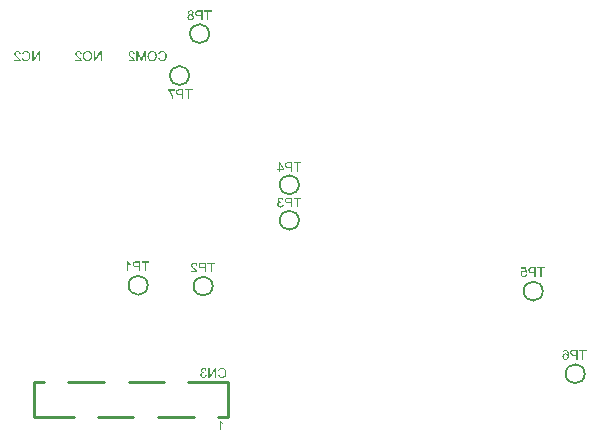
<source format=gbo>
G04*
G04 #@! TF.GenerationSoftware,Altium Limited,Altium Designer,25.4.2 (15)*
G04*
G04 Layer_Color=32896*
%FSLAX44Y44*%
%MOMM*%
G71*
G04*
G04 #@! TF.SameCoordinates,58BEE836-9102-4636-8553-DC709D7D42DE*
G04*
G04*
G04 #@! TF.FilePolarity,Positive*
G04*
G01*
G75*
%ADD11C,0.2000*%
%ADD14C,0.2540*%
G36*
X250717Y31146D02*
X250849Y30953D01*
X251006Y30761D01*
X251150Y30593D01*
X251294Y30449D01*
X251402Y30329D01*
X251450Y30293D01*
X251486Y30257D01*
X251498Y30245D01*
X251510Y30233D01*
X251763Y30028D01*
X252015Y29836D01*
X252255Y29668D01*
X252495Y29536D01*
X252700Y29416D01*
X252784Y29367D01*
X252856Y29332D01*
X252916Y29295D01*
X252964Y29283D01*
X252988Y29259D01*
X253000D01*
Y28274D01*
X252820Y28346D01*
X252640Y28430D01*
X252459Y28514D01*
X252291Y28599D01*
X252147Y28671D01*
X252027Y28731D01*
X251955Y28779D01*
X251943Y28791D01*
X251931D01*
X251714Y28923D01*
X251522Y29055D01*
X251354Y29175D01*
X251222Y29283D01*
X251102Y29367D01*
X251030Y29440D01*
X250970Y29488D01*
X250958Y29500D01*
Y23000D01*
X249936D01*
Y31350D01*
X250597D01*
X250717Y31146D01*
D02*
G37*
G36*
X243260Y377726D02*
X240521D01*
Y370397D01*
X239416D01*
Y377726D01*
X236676D01*
Y378711D01*
X243260D01*
Y377726D01*
D02*
G37*
G36*
X235535Y370397D02*
X234430D01*
Y373773D01*
X232303D01*
X231991Y373785D01*
X231690Y373809D01*
X231426Y373845D01*
X231186Y373893D01*
X230958Y373941D01*
X230765Y374001D01*
X230585Y374073D01*
X230429Y374146D01*
X230297Y374206D01*
X230177Y374278D01*
X230081Y374338D01*
X230009Y374398D01*
X229948Y374434D01*
X229912Y374470D01*
X229888Y374494D01*
X229876Y374506D01*
X229756Y374650D01*
X229648Y374794D01*
X229564Y374939D01*
X229480Y375095D01*
X229408Y375251D01*
X229360Y375395D01*
X229276Y375671D01*
X229252Y375803D01*
X229228Y375924D01*
X229216Y376032D01*
X229203Y376116D01*
X229191Y376200D01*
Y376248D01*
Y376284D01*
Y376296D01*
X229203Y376524D01*
X229228Y376741D01*
X229276Y376933D01*
X229312Y377101D01*
X229360Y377245D01*
X229408Y377353D01*
X229432Y377413D01*
X229444Y377437D01*
X229540Y377618D01*
X229660Y377774D01*
X229768Y377918D01*
X229876Y378026D01*
X229972Y378110D01*
X230044Y378182D01*
X230093Y378218D01*
X230117Y378230D01*
X230273Y378326D01*
X230453Y378411D01*
X230621Y378483D01*
X230777Y378543D01*
X230921Y378579D01*
X231030Y378603D01*
X231114Y378627D01*
X231138D01*
X231318Y378651D01*
X231522Y378675D01*
X231738Y378687D01*
X231943Y378699D01*
X232123Y378711D01*
X235535D01*
Y370397D01*
D02*
G37*
G36*
X225695Y378735D02*
X225888Y378723D01*
X226224Y378651D01*
X226380Y378603D01*
X226524Y378555D01*
X226656Y378495D01*
X226777Y378435D01*
X226873Y378375D01*
X226969Y378315D01*
X227053Y378266D01*
X227113Y378218D01*
X227161Y378182D01*
X227197Y378146D01*
X227221Y378134D01*
X227233Y378122D01*
X227341Y378002D01*
X227449Y377882D01*
X227533Y377750D01*
X227606Y377618D01*
X227726Y377365D01*
X227798Y377125D01*
X227846Y376921D01*
X227858Y376825D01*
X227870Y376753D01*
X227882Y376681D01*
Y376632D01*
Y376609D01*
Y376596D01*
X227870Y376380D01*
X227834Y376176D01*
X227786Y375996D01*
X227726Y375840D01*
X227678Y375719D01*
X227630Y375623D01*
X227594Y375575D01*
X227582Y375551D01*
X227449Y375407D01*
X227305Y375275D01*
X227149Y375155D01*
X226993Y375059D01*
X226849Y374986D01*
X226741Y374939D01*
X226693Y374915D01*
X226656Y374902D01*
X226644Y374890D01*
X226632D01*
X226909Y374806D01*
X227137Y374698D01*
X227341Y374566D01*
X227509Y374446D01*
X227642Y374326D01*
X227738Y374230D01*
X227786Y374170D01*
X227810Y374158D01*
Y374146D01*
X227942Y373929D01*
X228050Y373701D01*
X228122Y373485D01*
X228170Y373269D01*
X228194Y373076D01*
X228206Y372992D01*
Y372920D01*
X228218Y372872D01*
Y372824D01*
Y372800D01*
Y372788D01*
X228206Y372596D01*
X228182Y372403D01*
X228146Y372223D01*
X228098Y372043D01*
X227978Y371743D01*
X227918Y371599D01*
X227846Y371478D01*
X227774Y371358D01*
X227714Y371262D01*
X227642Y371178D01*
X227594Y371106D01*
X227546Y371046D01*
X227509Y371010D01*
X227486Y370986D01*
X227474Y370974D01*
X227329Y370842D01*
X227173Y370733D01*
X227005Y370637D01*
X226837Y370553D01*
X226681Y370493D01*
X226512Y370433D01*
X226188Y370349D01*
X226044Y370313D01*
X225912Y370289D01*
X225791Y370277D01*
X225683Y370265D01*
X225599Y370253D01*
X225479D01*
X225251Y370265D01*
X225047Y370289D01*
X224842Y370325D01*
X224650Y370361D01*
X224482Y370421D01*
X224314Y370481D01*
X224158Y370541D01*
X224025Y370613D01*
X223905Y370686D01*
X223797Y370746D01*
X223713Y370806D01*
X223629Y370866D01*
X223569Y370902D01*
X223533Y370938D01*
X223509Y370962D01*
X223497Y370974D01*
X223365Y371118D01*
X223244Y371262D01*
X223148Y371406D01*
X223064Y371562D01*
X222980Y371707D01*
X222920Y371863D01*
X222836Y372139D01*
X222800Y372271D01*
X222776Y372392D01*
X222764Y372500D01*
X222752Y372584D01*
X222740Y372656D01*
Y372716D01*
Y372752D01*
Y372764D01*
X222752Y373040D01*
X222800Y373293D01*
X222872Y373521D01*
X222944Y373713D01*
X223016Y373869D01*
X223088Y373989D01*
X223136Y374062D01*
X223148Y374073D01*
Y374086D01*
X223316Y374278D01*
X223497Y374446D01*
X223689Y374578D01*
X223869Y374698D01*
X224037Y374782D01*
X224182Y374842D01*
X224230Y374866D01*
X224266Y374878D01*
X224290Y374890D01*
X224302D01*
X224086Y374986D01*
X223905Y375095D01*
X223749Y375203D01*
X223617Y375311D01*
X223521Y375407D01*
X223449Y375479D01*
X223401Y375527D01*
X223389Y375551D01*
X223281Y375719D01*
X223208Y375888D01*
X223148Y376056D01*
X223112Y376224D01*
X223088Y376356D01*
X223076Y376464D01*
Y376536D01*
Y376548D01*
Y376560D01*
X223088Y376729D01*
X223100Y376885D01*
X223184Y377185D01*
X223293Y377449D01*
X223413Y377678D01*
X223533Y377858D01*
X223593Y377930D01*
X223641Y378002D01*
X223689Y378050D01*
X223725Y378086D01*
X223737Y378098D01*
X223749Y378110D01*
X223881Y378218D01*
X224013Y378326D01*
X224158Y378411D01*
X224302Y378483D01*
X224590Y378591D01*
X224878Y378663D01*
X224998Y378699D01*
X225119Y378711D01*
X225227Y378723D01*
X225323Y378735D01*
X225395Y378747D01*
X225503D01*
X225695Y378735D01*
D02*
G37*
G36*
X227004Y310922D02*
X224265D01*
Y303593D01*
X223160D01*
Y310922D01*
X220420D01*
Y311907D01*
X227004D01*
Y310922D01*
D02*
G37*
G36*
X219279Y303593D02*
X218174D01*
Y306969D01*
X216047D01*
X215735Y306981D01*
X215434Y307005D01*
X215170Y307041D01*
X214930Y307089D01*
X214702Y307137D01*
X214509Y307197D01*
X214329Y307269D01*
X214173Y307341D01*
X214041Y307402D01*
X213921Y307474D01*
X213825Y307534D01*
X213752Y307594D01*
X213692Y307630D01*
X213656Y307666D01*
X213632Y307690D01*
X213620Y307702D01*
X213500Y307846D01*
X213392Y307990D01*
X213308Y308134D01*
X213224Y308291D01*
X213152Y308447D01*
X213104Y308591D01*
X213020Y308867D01*
X212996Y309000D01*
X212971Y309120D01*
X212959Y309228D01*
X212948Y309312D01*
X212936Y309396D01*
Y309444D01*
Y309480D01*
Y309492D01*
X212948Y309720D01*
X212971Y309937D01*
X213020Y310129D01*
X213056Y310297D01*
X213104Y310441D01*
X213152Y310549D01*
X213176Y310609D01*
X213188Y310633D01*
X213284Y310814D01*
X213404Y310970D01*
X213512Y311114D01*
X213620Y311222D01*
X213716Y311306D01*
X213789Y311378D01*
X213837Y311414D01*
X213861Y311426D01*
X214017Y311523D01*
X214197Y311607D01*
X214365Y311679D01*
X214521Y311739D01*
X214666Y311775D01*
X214774Y311799D01*
X214858Y311823D01*
X214882D01*
X215062Y311847D01*
X215266Y311871D01*
X215483Y311883D01*
X215687Y311895D01*
X215867Y311907D01*
X219279D01*
Y303593D01*
D02*
G37*
G36*
X211878Y310814D02*
X207805D01*
X208094Y310465D01*
X208370Y310093D01*
X208610Y309732D01*
X208839Y309384D01*
X208935Y309228D01*
X209019Y309084D01*
X209103Y308951D01*
X209163Y308843D01*
X209211Y308747D01*
X209247Y308687D01*
X209271Y308639D01*
X209283Y308627D01*
X209524Y308146D01*
X209740Y307666D01*
X209920Y307209D01*
X209992Y307005D01*
X210064Y306801D01*
X210136Y306621D01*
X210184Y306453D01*
X210232Y306308D01*
X210268Y306188D01*
X210304Y306080D01*
X210328Y306008D01*
X210340Y305960D01*
Y305948D01*
X210461Y305455D01*
X210509Y305215D01*
X210545Y304999D01*
X210581Y304795D01*
X210617Y304590D01*
X210641Y304422D01*
X210665Y304254D01*
X210677Y304110D01*
X210689Y303978D01*
X210701Y303857D01*
Y303761D01*
X210713Y303689D01*
Y303641D01*
Y303605D01*
Y303593D01*
X209668D01*
X209632Y304050D01*
X209571Y304470D01*
X209511Y304855D01*
X209475Y305035D01*
X209439Y305203D01*
X209415Y305347D01*
X209379Y305479D01*
X209355Y305599D01*
X209331Y305696D01*
X209307Y305768D01*
X209295Y305828D01*
X209283Y305864D01*
Y305876D01*
X209103Y306428D01*
X208911Y306945D01*
X208815Y307197D01*
X208718Y307438D01*
X208610Y307654D01*
X208514Y307870D01*
X208430Y308062D01*
X208346Y308231D01*
X208274Y308375D01*
X208214Y308507D01*
X208154Y308615D01*
X208118Y308687D01*
X208094Y308735D01*
X208082Y308747D01*
X207938Y309000D01*
X207793Y309252D01*
X207649Y309480D01*
X207505Y309696D01*
X207373Y309888D01*
X207241Y310081D01*
X207109Y310249D01*
X207001Y310393D01*
X206892Y310537D01*
X206796Y310657D01*
X206700Y310754D01*
X206628Y310838D01*
X206580Y310910D01*
X206532Y310958D01*
X206508Y310982D01*
X206496Y310994D01*
Y311799D01*
X211878D01*
Y310814D01*
D02*
G37*
G36*
X542997Y91235D02*
X543225Y91211D01*
X543442Y91163D01*
X543646Y91103D01*
X543826Y91019D01*
X544006Y90947D01*
X544162Y90851D01*
X544307Y90766D01*
X544427Y90682D01*
X544547Y90586D01*
X544643Y90514D01*
X544715Y90442D01*
X544775Y90370D01*
X544823Y90322D01*
X544847Y90298D01*
X544859Y90286D01*
X545015Y90070D01*
X545148Y89817D01*
X545268Y89553D01*
X545376Y89277D01*
X545460Y88988D01*
X545532Y88700D01*
X545592Y88400D01*
X545640Y88123D01*
X545676Y87847D01*
X545700Y87595D01*
X545724Y87366D01*
X545736Y87174D01*
Y87006D01*
X545748Y86886D01*
Y86838D01*
Y86802D01*
Y86790D01*
Y86778D01*
X545736Y86393D01*
X545712Y86033D01*
X545676Y85696D01*
X545616Y85384D01*
X545556Y85108D01*
X545496Y84855D01*
X545424Y84627D01*
X545340Y84423D01*
X545268Y84255D01*
X545196Y84099D01*
X545136Y83978D01*
X545064Y83870D01*
X545015Y83786D01*
X544980Y83738D01*
X544955Y83702D01*
X544943Y83690D01*
X544787Y83522D01*
X544619Y83378D01*
X544451Y83258D01*
X544283Y83149D01*
X544102Y83053D01*
X543934Y82981D01*
X543766Y82921D01*
X543598Y82873D01*
X543454Y82837D01*
X543310Y82801D01*
X543189Y82777D01*
X543081Y82765D01*
X542985D01*
X542925Y82753D01*
X542865D01*
X542589Y82765D01*
X542336Y82813D01*
X542108Y82861D01*
X541904Y82933D01*
X541748Y82993D01*
X541628Y83053D01*
X541579Y83065D01*
X541543Y83089D01*
X541531Y83101D01*
X541519D01*
X541315Y83246D01*
X541123Y83414D01*
X540967Y83582D01*
X540835Y83750D01*
X540726Y83906D01*
X540654Y84026D01*
X540630Y84075D01*
X540606Y84111D01*
X540594Y84123D01*
Y84135D01*
X540474Y84387D01*
X540390Y84651D01*
X540330Y84892D01*
X540294Y85120D01*
X540258Y85312D01*
Y85384D01*
X540246Y85456D01*
Y85516D01*
Y85552D01*
Y85576D01*
Y85588D01*
X540258Y85805D01*
X540282Y86009D01*
X540318Y86213D01*
X540354Y86393D01*
X540414Y86561D01*
X540474Y86730D01*
X540534Y86874D01*
X540606Y87006D01*
X540678Y87126D01*
X540738Y87234D01*
X540798Y87318D01*
X540859Y87402D01*
X540895Y87463D01*
X540931Y87499D01*
X540955Y87523D01*
X540967Y87535D01*
X541099Y87667D01*
X541243Y87787D01*
X541399Y87883D01*
X541543Y87967D01*
X541688Y88051D01*
X541832Y88111D01*
X542108Y88195D01*
X542228Y88231D01*
X542348Y88256D01*
X542444Y88267D01*
X542541Y88279D01*
X542613Y88292D01*
X542709D01*
X542925Y88279D01*
X543129Y88244D01*
X543321Y88207D01*
X543490Y88159D01*
X543634Y88099D01*
X543742Y88063D01*
X543814Y88027D01*
X543826Y88015D01*
X543838D01*
X544030Y87895D01*
X544198Y87763D01*
X544355Y87631D01*
X544475Y87487D01*
X544583Y87366D01*
X544667Y87270D01*
X544715Y87198D01*
X544727Y87186D01*
Y87402D01*
X544715Y87619D01*
X544703Y87811D01*
X544679Y88003D01*
X544667Y88171D01*
X544643Y88328D01*
X544619Y88472D01*
X544583Y88604D01*
X544559Y88724D01*
X544535Y88820D01*
X544511Y88904D01*
X544499Y88976D01*
X544475Y89024D01*
X544463Y89060D01*
X544451Y89085D01*
Y89096D01*
X544331Y89337D01*
X544211Y89553D01*
X544078Y89721D01*
X543958Y89865D01*
X543850Y89986D01*
X543766Y90070D01*
X543706Y90118D01*
X543682Y90130D01*
X543538Y90226D01*
X543394Y90286D01*
X543249Y90334D01*
X543105Y90370D01*
X542997Y90394D01*
X542901Y90406D01*
X542817D01*
X542601Y90382D01*
X542396Y90334D01*
X542228Y90262D01*
X542072Y90190D01*
X541952Y90106D01*
X541868Y90034D01*
X541820Y89986D01*
X541796Y89962D01*
X541712Y89853D01*
X541628Y89721D01*
X541555Y89577D01*
X541507Y89433D01*
X541459Y89301D01*
X541423Y89193D01*
X541411Y89121D01*
X541399Y89108D01*
Y89096D01*
X540378Y89181D01*
X540450Y89517D01*
X540558Y89817D01*
X540678Y90082D01*
X540811Y90298D01*
X540943Y90466D01*
X540991Y90538D01*
X541051Y90598D01*
X541087Y90634D01*
X541123Y90670D01*
X541135Y90682D01*
X541147Y90694D01*
X541267Y90791D01*
X541399Y90875D01*
X541664Y91019D01*
X541928Y91115D01*
X542180Y91175D01*
X542408Y91223D01*
X542505Y91235D01*
X542589D01*
X542661Y91247D01*
X542757D01*
X542997Y91235D01*
D02*
G37*
G36*
X560754Y90226D02*
X558015D01*
Y82897D01*
X556910D01*
Y90226D01*
X554170D01*
Y91211D01*
X560754D01*
Y90226D01*
D02*
G37*
G36*
X553029Y82897D02*
X551924D01*
Y86273D01*
X549797D01*
X549485Y86285D01*
X549184Y86309D01*
X548920Y86345D01*
X548680Y86393D01*
X548452Y86441D01*
X548259Y86501D01*
X548079Y86573D01*
X547923Y86646D01*
X547791Y86706D01*
X547671Y86778D01*
X547575Y86838D01*
X547502Y86898D01*
X547442Y86934D01*
X547406Y86970D01*
X547382Y86994D01*
X547370Y87006D01*
X547250Y87150D01*
X547142Y87294D01*
X547058Y87438D01*
X546974Y87595D01*
X546902Y87751D01*
X546854Y87895D01*
X546770Y88171D01*
X546745Y88304D01*
X546721Y88424D01*
X546710Y88532D01*
X546698Y88616D01*
X546685Y88700D01*
Y88748D01*
Y88784D01*
Y88796D01*
X546698Y89024D01*
X546721Y89241D01*
X546770Y89433D01*
X546806Y89601D01*
X546854Y89745D01*
X546902Y89853D01*
X546926Y89914D01*
X546938Y89937D01*
X547034Y90118D01*
X547154Y90274D01*
X547262Y90418D01*
X547370Y90526D01*
X547466Y90610D01*
X547538Y90682D01*
X547587Y90718D01*
X547611Y90730D01*
X547767Y90827D01*
X547947Y90911D01*
X548115Y90983D01*
X548271Y91043D01*
X548415Y91079D01*
X548524Y91103D01*
X548608Y91127D01*
X548632D01*
X548812Y91151D01*
X549016Y91175D01*
X549232Y91187D01*
X549437Y91199D01*
X549617Y91211D01*
X553029D01*
Y82897D01*
D02*
G37*
G36*
X510050Y156844D02*
X509089Y156712D01*
X509005Y156844D01*
X508897Y156952D01*
X508801Y157060D01*
X508705Y157144D01*
X508609Y157204D01*
X508536Y157264D01*
X508488Y157288D01*
X508476Y157300D01*
X508320Y157372D01*
X508164Y157432D01*
X508020Y157469D01*
X507876Y157505D01*
X507755Y157517D01*
X507659Y157529D01*
X507431D01*
X507287Y157505D01*
X507035Y157444D01*
X506818Y157360D01*
X506626Y157276D01*
X506482Y157180D01*
X506374Y157096D01*
X506314Y157036D01*
X506290Y157024D01*
Y157012D01*
X506121Y156808D01*
X506001Y156592D01*
X505917Y156363D01*
X505857Y156135D01*
X505821Y155943D01*
X505809Y155859D01*
Y155787D01*
X505797Y155726D01*
Y155678D01*
Y155654D01*
Y155642D01*
Y155474D01*
X505821Y155318D01*
X505881Y155018D01*
X505965Y154765D01*
X506049Y154561D01*
X506146Y154393D01*
X506230Y154261D01*
X506266Y154225D01*
X506290Y154189D01*
X506302Y154177D01*
X506314Y154165D01*
X506410Y154068D01*
X506506Y153984D01*
X506722Y153840D01*
X506926Y153744D01*
X507131Y153684D01*
X507299Y153636D01*
X507443Y153624D01*
X507491Y153612D01*
X507563D01*
X507791Y153624D01*
X507996Y153672D01*
X508176Y153732D01*
X508320Y153804D01*
X508452Y153876D01*
X508548Y153936D01*
X508596Y153984D01*
X508620Y153996D01*
X508765Y154165D01*
X508885Y154345D01*
X508981Y154549D01*
X509053Y154729D01*
X509101Y154909D01*
X509137Y155042D01*
X509149Y155102D01*
X509161Y155138D01*
Y155162D01*
Y155174D01*
X510230Y155090D01*
X510206Y154897D01*
X510170Y154717D01*
X510062Y154381D01*
X509930Y154093D01*
X509858Y153960D01*
X509786Y153852D01*
X509726Y153744D01*
X509654Y153648D01*
X509594Y153576D01*
X509534Y153516D01*
X509486Y153468D01*
X509462Y153420D01*
X509437Y153408D01*
X509425Y153396D01*
X509281Y153288D01*
X509137Y153191D01*
X508981Y153107D01*
X508825Y153035D01*
X508524Y152927D01*
X508224Y152855D01*
X508092Y152819D01*
X507960Y152807D01*
X507852Y152795D01*
X507755Y152783D01*
X507671Y152771D01*
X507563D01*
X507311Y152783D01*
X507071Y152819D01*
X506842Y152867D01*
X506638Y152927D01*
X506446Y153011D01*
X506266Y153095D01*
X506097Y153180D01*
X505953Y153276D01*
X505821Y153372D01*
X505701Y153456D01*
X505605Y153552D01*
X505521Y153624D01*
X505461Y153684D01*
X505413Y153732D01*
X505389Y153768D01*
X505377Y153780D01*
X505257Y153936D01*
X505160Y154105D01*
X505064Y154261D01*
X504992Y154429D01*
X504872Y154753D01*
X504800Y155066D01*
X504776Y155198D01*
X504752Y155330D01*
X504740Y155438D01*
X504728Y155534D01*
X504716Y155618D01*
Y155678D01*
Y155715D01*
Y155726D01*
X504728Y155943D01*
X504752Y156147D01*
X504788Y156351D01*
X504836Y156531D01*
X504896Y156700D01*
X504956Y156868D01*
X505028Y157012D01*
X505088Y157144D01*
X505160Y157264D01*
X505233Y157372D01*
X505293Y157457D01*
X505353Y157541D01*
X505401Y157601D01*
X505437Y157637D01*
X505461Y157661D01*
X505473Y157673D01*
X505617Y157805D01*
X505761Y157925D01*
X505917Y158021D01*
X506073Y158105D01*
X506230Y158189D01*
X506386Y158250D01*
X506674Y158334D01*
X506806Y158370D01*
X506926Y158394D01*
X507035Y158406D01*
X507131Y158418D01*
X507203Y158430D01*
X507467D01*
X507611Y158406D01*
X507900Y158346D01*
X508164Y158261D01*
X508404Y158165D01*
X508596Y158069D01*
X508680Y158021D01*
X508753Y157985D01*
X508813Y157949D01*
X508849Y157925D01*
X508873Y157913D01*
X508885Y157901D01*
X508440Y160148D01*
X505112D01*
Y161121D01*
X509245D01*
X510050Y156844D01*
D02*
G37*
G36*
X525284Y160244D02*
X522545D01*
Y152915D01*
X521440D01*
Y160244D01*
X518700D01*
Y161229D01*
X525284D01*
Y160244D01*
D02*
G37*
G36*
X517559Y152915D02*
X516454D01*
Y156291D01*
X514327D01*
X514015Y156303D01*
X513714Y156327D01*
X513450Y156363D01*
X513210Y156411D01*
X512982Y156459D01*
X512789Y156519D01*
X512609Y156592D01*
X512453Y156664D01*
X512321Y156724D01*
X512201Y156796D01*
X512105Y156856D01*
X512033Y156916D01*
X511972Y156952D01*
X511936Y156988D01*
X511912Y157012D01*
X511900Y157024D01*
X511780Y157168D01*
X511672Y157312D01*
X511588Y157457D01*
X511504Y157613D01*
X511432Y157769D01*
X511384Y157913D01*
X511300Y158189D01*
X511276Y158322D01*
X511252Y158442D01*
X511240Y158550D01*
X511228Y158634D01*
X511216Y158718D01*
Y158766D01*
Y158802D01*
Y158814D01*
X511228Y159042D01*
X511252Y159259D01*
X511300Y159451D01*
X511336Y159619D01*
X511384Y159763D01*
X511432Y159871D01*
X511456Y159931D01*
X511468Y159956D01*
X511564Y160136D01*
X511684Y160292D01*
X511792Y160436D01*
X511900Y160544D01*
X511996Y160628D01*
X512068Y160700D01*
X512117Y160736D01*
X512141Y160748D01*
X512297Y160844D01*
X512477Y160929D01*
X512645Y161001D01*
X512801Y161061D01*
X512946Y161097D01*
X513054Y161121D01*
X513138Y161145D01*
X513162D01*
X513342Y161169D01*
X513546Y161193D01*
X513763Y161205D01*
X513967Y161217D01*
X514147Y161229D01*
X517559D01*
Y152915D01*
D02*
G37*
G36*
X319236Y249172D02*
X316497D01*
Y241843D01*
X315392D01*
Y249172D01*
X312652D01*
Y250157D01*
X319236D01*
Y249172D01*
D02*
G37*
G36*
X311511Y241843D02*
X310406D01*
Y245219D01*
X308279D01*
X307967Y245231D01*
X307666Y245255D01*
X307402Y245291D01*
X307162Y245339D01*
X306933Y245387D01*
X306741Y245447D01*
X306561Y245519D01*
X306405Y245592D01*
X306273Y245652D01*
X306153Y245724D01*
X306056Y245784D01*
X305984Y245844D01*
X305924Y245880D01*
X305888Y245916D01*
X305864Y245940D01*
X305852Y245952D01*
X305732Y246096D01*
X305624Y246240D01*
X305540Y246384D01*
X305456Y246541D01*
X305384Y246697D01*
X305336Y246841D01*
X305252Y247117D01*
X305228Y247250D01*
X305203Y247370D01*
X305191Y247478D01*
X305180Y247562D01*
X305168Y247646D01*
Y247694D01*
Y247730D01*
Y247742D01*
X305180Y247970D01*
X305203Y248187D01*
X305252Y248379D01*
X305288Y248547D01*
X305336Y248691D01*
X305384Y248799D01*
X305408Y248859D01*
X305420Y248883D01*
X305516Y249064D01*
X305636Y249220D01*
X305744Y249364D01*
X305852Y249472D01*
X305948Y249556D01*
X306021Y249628D01*
X306068Y249664D01*
X306093Y249676D01*
X306249Y249772D01*
X306429Y249856D01*
X306597Y249929D01*
X306753Y249989D01*
X306898Y250025D01*
X307006Y250049D01*
X307090Y250073D01*
X307114D01*
X307294Y250097D01*
X307498Y250121D01*
X307715Y250133D01*
X307919Y250145D01*
X308099Y250157D01*
X311511D01*
Y241843D01*
D02*
G37*
G36*
X304531Y244774D02*
Y243837D01*
X300914D01*
Y241843D01*
X299893D01*
Y243837D01*
X298764D01*
Y244774D01*
X299893D01*
Y250157D01*
X300722D01*
X304531Y244774D01*
D02*
G37*
G36*
X301942Y220223D02*
X302266Y220163D01*
X302542Y220067D01*
X302783Y219971D01*
X302891Y219911D01*
X302975Y219863D01*
X303059Y219814D01*
X303119Y219767D01*
X303167Y219730D01*
X303203Y219706D01*
X303227Y219694D01*
X303239Y219682D01*
X303467Y219454D01*
X303648Y219202D01*
X303792Y218937D01*
X303912Y218673D01*
X303984Y218445D01*
X304020Y218349D01*
X304044Y218265D01*
X304056Y218193D01*
X304068Y218144D01*
X304080Y218109D01*
Y218097D01*
X303059Y217916D01*
X303011Y218181D01*
X302939Y218409D01*
X302855Y218601D01*
X302771Y218757D01*
X302687Y218877D01*
X302614Y218962D01*
X302566Y219022D01*
X302554Y219034D01*
X302398Y219154D01*
X302230Y219250D01*
X302074Y219310D01*
X301918Y219358D01*
X301773Y219382D01*
X301665Y219406D01*
X301569D01*
X301353Y219394D01*
X301161Y219346D01*
X300993Y219286D01*
X300848Y219226D01*
X300740Y219154D01*
X300656Y219094D01*
X300596Y219046D01*
X300584Y219034D01*
X300452Y218889D01*
X300356Y218733D01*
X300296Y218577D01*
X300248Y218433D01*
X300224Y218301D01*
X300200Y218205D01*
Y218132D01*
Y218120D01*
Y218109D01*
Y217976D01*
X300224Y217856D01*
X300284Y217652D01*
X300368Y217472D01*
X300464Y217316D01*
X300560Y217207D01*
X300644Y217123D01*
X300704Y217075D01*
X300716Y217063D01*
X300728D01*
X300932Y216955D01*
X301125Y216871D01*
X301329Y216811D01*
X301509Y216775D01*
X301665Y216751D01*
X301798Y216727D01*
X301954D01*
X302002Y216739D01*
X302062D01*
X302182Y215838D01*
X302026Y215874D01*
X301882Y215898D01*
X301761Y215922D01*
X301653Y215934D01*
X301569Y215946D01*
X301461D01*
X301209Y215922D01*
X300980Y215874D01*
X300776Y215802D01*
X300608Y215718D01*
X300476Y215634D01*
X300380Y215562D01*
X300320Y215513D01*
X300296Y215489D01*
X300140Y215309D01*
X300019Y215117D01*
X299935Y214925D01*
X299887Y214732D01*
X299851Y214576D01*
X299839Y214444D01*
X299827Y214396D01*
Y214360D01*
Y214336D01*
Y214324D01*
X299851Y214060D01*
X299911Y213819D01*
X299983Y213615D01*
X300079Y213435D01*
X300175Y213291D01*
X300248Y213183D01*
X300308Y213111D01*
X300332Y213087D01*
X300524Y212918D01*
X300728Y212798D01*
X300932Y212714D01*
X301125Y212654D01*
X301293Y212618D01*
X301425Y212606D01*
X301473Y212594D01*
X301545D01*
X301761Y212606D01*
X301966Y212654D01*
X302146Y212714D01*
X302290Y212786D01*
X302410Y212846D01*
X302506Y212906D01*
X302554Y212954D01*
X302578Y212966D01*
X302723Y213135D01*
X302843Y213327D01*
X302951Y213531D01*
X303035Y213747D01*
X303095Y213928D01*
X303119Y214012D01*
X303131Y214084D01*
X303143Y214144D01*
X303155Y214192D01*
X303167Y214216D01*
Y214228D01*
X304188Y214096D01*
X304164Y213904D01*
X304128Y213723D01*
X304020Y213387D01*
X303888Y213099D01*
X303816Y212978D01*
X303744Y212858D01*
X303672Y212750D01*
X303600Y212666D01*
X303540Y212582D01*
X303479Y212522D01*
X303443Y212474D01*
X303407Y212438D01*
X303383Y212414D01*
X303371Y212402D01*
X303227Y212294D01*
X303083Y212185D01*
X302939Y212101D01*
X302783Y212029D01*
X302482Y211909D01*
X302194Y211837D01*
X302062Y211813D01*
X301942Y211789D01*
X301833Y211777D01*
X301737Y211765D01*
X301665Y211753D01*
X301557D01*
X301329Y211765D01*
X301125Y211789D01*
X300920Y211825D01*
X300728Y211873D01*
X300548Y211933D01*
X300392Y211993D01*
X300236Y212065D01*
X300103Y212137D01*
X299971Y212197D01*
X299863Y212270D01*
X299767Y212330D01*
X299695Y212390D01*
X299635Y212438D01*
X299587Y212474D01*
X299563Y212498D01*
X299551Y212510D01*
X299407Y212654D01*
X299286Y212810D01*
X299178Y212966D01*
X299082Y213123D01*
X299010Y213267D01*
X298938Y213423D01*
X298842Y213711D01*
X298818Y213843D01*
X298794Y213964D01*
X298770Y214072D01*
X298758Y214168D01*
X298746Y214240D01*
Y214300D01*
Y214336D01*
Y214348D01*
X298758Y214636D01*
X298806Y214901D01*
X298878Y215129D01*
X298950Y215321D01*
X299022Y215477D01*
X299094Y215597D01*
X299142Y215670D01*
X299154Y215694D01*
X299322Y215874D01*
X299503Y216030D01*
X299695Y216150D01*
X299887Y216246D01*
X300055Y216318D01*
X300188Y216366D01*
X300236Y216378D01*
X300272Y216390D01*
X300296Y216402D01*
X300308D01*
X300103Y216511D01*
X299935Y216619D01*
X299791Y216739D01*
X299671Y216847D01*
X299575Y216943D01*
X299503Y217027D01*
X299467Y217075D01*
X299455Y217099D01*
X299359Y217267D01*
X299286Y217436D01*
X299226Y217604D01*
X299190Y217760D01*
X299166Y217892D01*
X299154Y217988D01*
Y218060D01*
Y218085D01*
X299166Y218289D01*
X299202Y218493D01*
X299251Y218673D01*
X299310Y218829D01*
X299371Y218962D01*
X299419Y219070D01*
X299455Y219130D01*
X299467Y219154D01*
X299587Y219334D01*
X299731Y219490D01*
X299875Y219622D01*
X300019Y219742D01*
X300140Y219827D01*
X300248Y219899D01*
X300320Y219935D01*
X300332Y219947D01*
X300344D01*
X300560Y220043D01*
X300776Y220115D01*
X300993Y220175D01*
X301185Y220211D01*
X301341Y220235D01*
X301473Y220247D01*
X301773D01*
X301942Y220223D01*
D02*
G37*
G36*
X319254Y219226D02*
X316515D01*
Y211897D01*
X315410D01*
Y219226D01*
X312670D01*
Y220211D01*
X319254D01*
Y219226D01*
D02*
G37*
G36*
X311529Y211897D02*
X310424D01*
Y215273D01*
X308297D01*
X307985Y215285D01*
X307684Y215309D01*
X307420Y215345D01*
X307180Y215393D01*
X306952Y215441D01*
X306759Y215501D01*
X306579Y215574D01*
X306423Y215646D01*
X306291Y215706D01*
X306171Y215778D01*
X306075Y215838D01*
X306002Y215898D01*
X305942Y215934D01*
X305906Y215970D01*
X305882Y215994D01*
X305870Y216006D01*
X305750Y216150D01*
X305642Y216294D01*
X305558Y216439D01*
X305474Y216595D01*
X305402Y216751D01*
X305354Y216895D01*
X305270Y217171D01*
X305245Y217304D01*
X305222Y217424D01*
X305210Y217532D01*
X305198Y217616D01*
X305186Y217700D01*
Y217748D01*
Y217784D01*
Y217796D01*
X305198Y218024D01*
X305222Y218241D01*
X305270Y218433D01*
X305306Y218601D01*
X305354Y218745D01*
X305402Y218853D01*
X305426Y218913D01*
X305438Y218937D01*
X305534Y219118D01*
X305654Y219274D01*
X305762Y219418D01*
X305870Y219526D01*
X305966Y219610D01*
X306038Y219682D01*
X306087Y219718D01*
X306111Y219730D01*
X306267Y219827D01*
X306447Y219911D01*
X306615Y219983D01*
X306771Y220043D01*
X306915Y220079D01*
X307024Y220103D01*
X307108Y220127D01*
X307132D01*
X307312Y220151D01*
X307516Y220175D01*
X307733Y220187D01*
X307937Y220199D01*
X308117Y220211D01*
X311529D01*
Y211897D01*
D02*
G37*
G36*
X228623Y165163D02*
X228827Y165151D01*
X229020Y165115D01*
X229200Y165079D01*
X229368Y165031D01*
X229524Y164983D01*
X229669Y164923D01*
X229801Y164863D01*
X229921Y164802D01*
X230017Y164742D01*
X230101Y164694D01*
X230173Y164646D01*
X230233Y164610D01*
X230269Y164574D01*
X230293Y164562D01*
X230305Y164550D01*
X230425Y164430D01*
X230534Y164298D01*
X230642Y164154D01*
X230726Y164010D01*
X230870Y163721D01*
X230966Y163433D01*
X231002Y163301D01*
X231038Y163169D01*
X231062Y163060D01*
X231086Y162964D01*
X231098Y162880D01*
Y162820D01*
X231110Y162784D01*
Y162772D01*
X230065Y162664D01*
X230041Y162940D01*
X229993Y163181D01*
X229921Y163397D01*
X229837Y163565D01*
X229765Y163709D01*
X229693Y163805D01*
X229645Y163865D01*
X229620Y163889D01*
X229440Y164034D01*
X229248Y164142D01*
X229044Y164226D01*
X228864Y164274D01*
X228695Y164310D01*
X228551Y164322D01*
X228503Y164334D01*
X228431D01*
X228179Y164322D01*
X227950Y164274D01*
X227758Y164202D01*
X227590Y164130D01*
X227458Y164046D01*
X227374Y163986D01*
X227314Y163937D01*
X227290Y163913D01*
X227146Y163745D01*
X227037Y163577D01*
X226953Y163409D01*
X226905Y163241D01*
X226869Y163109D01*
X226857Y162988D01*
X226845Y162916D01*
Y162904D01*
Y162892D01*
X226869Y162676D01*
X226917Y162448D01*
X227001Y162243D01*
X227085Y162051D01*
X227182Y161895D01*
X227266Y161763D01*
X227290Y161715D01*
X227314Y161679D01*
X227338Y161667D01*
Y161655D01*
X227434Y161523D01*
X227554Y161390D01*
X227686Y161246D01*
X227830Y161102D01*
X228131Y160814D01*
X228431Y160525D01*
X228587Y160393D01*
X228719Y160273D01*
X228852Y160165D01*
X228960Y160069D01*
X229044Y159997D01*
X229116Y159937D01*
X229164Y159901D01*
X229176Y159889D01*
X229476Y159636D01*
X229753Y159396D01*
X229981Y159180D01*
X230161Y159000D01*
X230317Y158843D01*
X230425Y158735D01*
X230485Y158663D01*
X230509Y158651D01*
Y158639D01*
X230678Y158435D01*
X230810Y158243D01*
X230930Y158050D01*
X231026Y157882D01*
X231098Y157738D01*
X231146Y157630D01*
X231170Y157558D01*
X231182Y157546D01*
Y157534D01*
X231230Y157402D01*
X231254Y157282D01*
X231278Y157162D01*
X231290Y157053D01*
X231303Y156957D01*
Y156885D01*
Y156837D01*
Y156825D01*
X225788D01*
Y157810D01*
X229885D01*
X229741Y158014D01*
X229669Y158099D01*
X229608Y158183D01*
X229548Y158255D01*
X229500Y158303D01*
X229464Y158339D01*
X229452Y158351D01*
X229392Y158411D01*
X229320Y158471D01*
X229152Y158627D01*
X228960Y158807D01*
X228755Y158988D01*
X228563Y159144D01*
X228479Y159216D01*
X228407Y159288D01*
X228347Y159336D01*
X228299Y159372D01*
X228275Y159396D01*
X228263Y159408D01*
X228071Y159576D01*
X227878Y159733D01*
X227710Y159889D01*
X227554Y160021D01*
X227410Y160153D01*
X227290Y160273D01*
X227170Y160381D01*
X227073Y160477D01*
X226977Y160574D01*
X226905Y160646D01*
X226845Y160706D01*
X226785Y160766D01*
X226725Y160838D01*
X226701Y160862D01*
X226533Y161066D01*
X226389Y161246D01*
X226269Y161427D01*
X226172Y161571D01*
X226100Y161703D01*
X226052Y161799D01*
X226028Y161859D01*
X226016Y161883D01*
X225944Y162063D01*
X225896Y162243D01*
X225848Y162412D01*
X225824Y162556D01*
X225812Y162688D01*
X225800Y162784D01*
Y162844D01*
Y162868D01*
X225812Y163048D01*
X225836Y163217D01*
X225860Y163385D01*
X225908Y163529D01*
X226028Y163817D01*
X226148Y164046D01*
X226220Y164154D01*
X226280Y164238D01*
X226341Y164322D01*
X226401Y164382D01*
X226449Y164430D01*
X226473Y164478D01*
X226497Y164490D01*
X226509Y164502D01*
X226641Y164622D01*
X226785Y164730D01*
X226941Y164814D01*
X227097Y164887D01*
X227410Y165007D01*
X227722Y165091D01*
X227854Y165115D01*
X227987Y165139D01*
X228107Y165151D01*
X228203Y165163D01*
X228287Y165175D01*
X228407D01*
X228623Y165163D01*
D02*
G37*
G36*
X246212Y164154D02*
X243473D01*
Y156825D01*
X242367D01*
Y164154D01*
X239628D01*
Y165139D01*
X246212D01*
Y164154D01*
D02*
G37*
G36*
X238487Y156825D02*
X237382D01*
Y160201D01*
X235255D01*
X234943Y160213D01*
X234642Y160237D01*
X234378Y160273D01*
X234138Y160321D01*
X233909Y160369D01*
X233717Y160429D01*
X233537Y160501D01*
X233381Y160574D01*
X233249Y160634D01*
X233129Y160706D01*
X233032Y160766D01*
X232960Y160826D01*
X232900Y160862D01*
X232864Y160898D01*
X232840Y160922D01*
X232828Y160934D01*
X232708Y161078D01*
X232600Y161222D01*
X232516Y161367D01*
X232432Y161523D01*
X232360Y161679D01*
X232312Y161823D01*
X232228Y162099D01*
X232204Y162232D01*
X232180Y162352D01*
X232167Y162460D01*
X232155Y162544D01*
X232143Y162628D01*
Y162676D01*
Y162712D01*
Y162724D01*
X232155Y162952D01*
X232180Y163169D01*
X232228Y163361D01*
X232264Y163529D01*
X232312Y163673D01*
X232360Y163781D01*
X232384Y163841D01*
X232396Y163865D01*
X232492Y164046D01*
X232612Y164202D01*
X232720Y164346D01*
X232828Y164454D01*
X232924Y164538D01*
X232997Y164610D01*
X233044Y164646D01*
X233069Y164658D01*
X233225Y164755D01*
X233405Y164839D01*
X233573Y164911D01*
X233729Y164971D01*
X233874Y165007D01*
X233982Y165031D01*
X234066Y165055D01*
X234090D01*
X234270Y165079D01*
X234474Y165103D01*
X234690Y165115D01*
X234895Y165127D01*
X235075Y165139D01*
X238487D01*
Y156825D01*
D02*
G37*
G36*
X172332Y165971D02*
X172464Y165779D01*
X172620Y165586D01*
X172764Y165418D01*
X172908Y165274D01*
X173016Y165154D01*
X173065Y165118D01*
X173101Y165082D01*
X173113Y165070D01*
X173125Y165058D01*
X173377Y164853D01*
X173629Y164661D01*
X173870Y164493D01*
X174110Y164361D01*
X174314Y164241D01*
X174398Y164193D01*
X174470Y164157D01*
X174530Y164121D01*
X174578Y164109D01*
X174602Y164084D01*
X174614D01*
Y163099D01*
X174434Y163171D01*
X174254Y163256D01*
X174074Y163340D01*
X173906Y163424D01*
X173761Y163496D01*
X173641Y163556D01*
X173569Y163604D01*
X173557Y163616D01*
X173545D01*
X173329Y163748D01*
X173137Y163880D01*
X172969Y164000D01*
X172836Y164109D01*
X172716Y164193D01*
X172644Y164265D01*
X172584Y164313D01*
X172572Y164325D01*
Y157825D01*
X171551D01*
Y166175D01*
X172212D01*
X172332Y165971D01*
D02*
G37*
G36*
X190449Y165154D02*
X187710D01*
Y157825D01*
X186605D01*
Y165154D01*
X183865D01*
Y166139D01*
X190449D01*
Y165154D01*
D02*
G37*
G36*
X182724Y157825D02*
X181619D01*
Y161201D01*
X179492D01*
X179180Y161213D01*
X178880Y161237D01*
X178615Y161273D01*
X178375Y161321D01*
X178147Y161369D01*
X177954Y161429D01*
X177774Y161501D01*
X177618Y161574D01*
X177486Y161634D01*
X177366Y161706D01*
X177270Y161766D01*
X177197Y161826D01*
X177137Y161862D01*
X177101Y161898D01*
X177077Y161922D01*
X177065Y161934D01*
X176945Y162078D01*
X176837Y162222D01*
X176753Y162367D01*
X176669Y162523D01*
X176597Y162679D01*
X176549Y162823D01*
X176465Y163099D01*
X176441Y163232D01*
X176417Y163352D01*
X176404Y163460D01*
X176392Y163544D01*
X176381Y163628D01*
Y163676D01*
Y163712D01*
Y163724D01*
X176392Y163952D01*
X176417Y164169D01*
X176465Y164361D01*
X176501Y164529D01*
X176549Y164673D01*
X176597Y164781D01*
X176621Y164841D01*
X176633Y164865D01*
X176729Y165046D01*
X176849Y165202D01*
X176957Y165346D01*
X177065Y165454D01*
X177161Y165538D01*
X177234Y165610D01*
X177282Y165646D01*
X177306Y165658D01*
X177462Y165755D01*
X177642Y165839D01*
X177810Y165911D01*
X177966Y165971D01*
X178111Y166007D01*
X178219Y166031D01*
X178303Y166055D01*
X178327D01*
X178507Y166079D01*
X178711Y166103D01*
X178927Y166115D01*
X179132Y166127D01*
X179312Y166139D01*
X182724D01*
Y157825D01*
D02*
G37*
G36*
X175646Y344181D02*
X175850Y344169D01*
X176043Y344133D01*
X176223Y344097D01*
X176391Y344049D01*
X176547Y344001D01*
X176691Y343941D01*
X176824Y343881D01*
X176944Y343820D01*
X177040Y343760D01*
X177124Y343712D01*
X177196Y343664D01*
X177256Y343628D01*
X177292Y343592D01*
X177316Y343580D01*
X177328Y343568D01*
X177448Y343448D01*
X177556Y343316D01*
X177665Y343172D01*
X177749Y343028D01*
X177893Y342739D01*
X177989Y342451D01*
X178025Y342319D01*
X178061Y342187D01*
X178085Y342079D01*
X178109Y341982D01*
X178121Y341898D01*
Y341838D01*
X178133Y341802D01*
Y341790D01*
X177088Y341682D01*
X177064Y341958D01*
X177016Y342199D01*
X176944Y342415D01*
X176860Y342583D01*
X176788Y342727D01*
X176716Y342823D01*
X176667Y342883D01*
X176643Y342907D01*
X176463Y343052D01*
X176271Y343160D01*
X176067Y343244D01*
X175886Y343292D01*
X175718Y343328D01*
X175574Y343340D01*
X175526Y343352D01*
X175454D01*
X175202Y343340D01*
X174973Y343292D01*
X174781Y343220D01*
X174613Y343148D01*
X174481Y343064D01*
X174397Y343004D01*
X174337Y342956D01*
X174313Y342932D01*
X174168Y342763D01*
X174060Y342595D01*
X173976Y342427D01*
X173928Y342259D01*
X173892Y342127D01*
X173880Y342006D01*
X173868Y341934D01*
Y341922D01*
Y341910D01*
X173892Y341694D01*
X173940Y341466D01*
X174024Y341261D01*
X174108Y341069D01*
X174205Y340913D01*
X174289Y340781D01*
X174313Y340733D01*
X174337Y340697D01*
X174361Y340685D01*
Y340673D01*
X174457Y340541D01*
X174577Y340409D01*
X174709Y340264D01*
X174853Y340120D01*
X175154Y339832D01*
X175454Y339543D01*
X175610Y339411D01*
X175742Y339291D01*
X175875Y339183D01*
X175983Y339087D01*
X176067Y339015D01*
X176139Y338955D01*
X176187Y338919D01*
X176199Y338907D01*
X176499Y338654D01*
X176775Y338414D01*
X177004Y338198D01*
X177184Y338018D01*
X177340Y337862D01*
X177448Y337753D01*
X177508Y337681D01*
X177532Y337669D01*
Y337657D01*
X177701Y337453D01*
X177833Y337261D01*
X177953Y337068D01*
X178049Y336900D01*
X178121Y336756D01*
X178169Y336648D01*
X178193Y336576D01*
X178205Y336564D01*
Y336552D01*
X178253Y336420D01*
X178277Y336300D01*
X178301Y336180D01*
X178313Y336071D01*
X178325Y335975D01*
Y335903D01*
Y335855D01*
Y335843D01*
X172811D01*
Y336828D01*
X176908D01*
X176763Y337033D01*
X176691Y337117D01*
X176631Y337201D01*
X176571Y337273D01*
X176523Y337321D01*
X176487Y337357D01*
X176475Y337369D01*
X176415Y337429D01*
X176343Y337489D01*
X176175Y337645D01*
X175983Y337825D01*
X175778Y338006D01*
X175586Y338162D01*
X175502Y338234D01*
X175430Y338306D01*
X175370Y338354D01*
X175322Y338390D01*
X175298Y338414D01*
X175286Y338426D01*
X175094Y338594D01*
X174901Y338750D01*
X174733Y338907D01*
X174577Y339039D01*
X174433Y339171D01*
X174313Y339291D01*
X174193Y339399D01*
X174096Y339495D01*
X174000Y339591D01*
X173928Y339664D01*
X173868Y339724D01*
X173808Y339784D01*
X173748Y339856D01*
X173724Y339880D01*
X173556Y340084D01*
X173412Y340264D01*
X173291Y340444D01*
X173195Y340589D01*
X173123Y340721D01*
X173075Y340817D01*
X173051Y340877D01*
X173039Y340901D01*
X172967Y341081D01*
X172919Y341261D01*
X172871Y341430D01*
X172847Y341574D01*
X172835Y341706D01*
X172823Y341802D01*
Y341862D01*
Y341886D01*
X172835Y342066D01*
X172859Y342235D01*
X172883Y342403D01*
X172931Y342547D01*
X173051Y342835D01*
X173171Y343064D01*
X173243Y343172D01*
X173303Y343256D01*
X173363Y343340D01*
X173424Y343400D01*
X173472Y343448D01*
X173496Y343496D01*
X173520Y343508D01*
X173532Y343520D01*
X173664Y343640D01*
X173808Y343748D01*
X173964Y343833D01*
X174120Y343905D01*
X174433Y344025D01*
X174745Y344109D01*
X174877Y344133D01*
X175009Y344157D01*
X175130Y344169D01*
X175226Y344181D01*
X175310Y344193D01*
X175430D01*
X175646Y344181D01*
D02*
G37*
G36*
X187480Y335843D02*
X186423D01*
Y342920D01*
X184020Y335843D01*
X183035D01*
X180608Y342799D01*
Y335843D01*
X179551D01*
Y344157D01*
X181029D01*
X183023Y338366D01*
X183131Y338054D01*
X183215Y337789D01*
X183299Y337561D01*
X183359Y337369D01*
X183407Y337225D01*
X183443Y337117D01*
X183455Y337057D01*
X183468Y337033D01*
X183515Y337201D01*
X183576Y337393D01*
X183648Y337597D01*
X183708Y337801D01*
X183768Y337982D01*
X183816Y338126D01*
X183840Y338186D01*
X183852Y338222D01*
X183864Y338246D01*
Y338258D01*
X185834Y344157D01*
X187480D01*
Y335843D01*
D02*
G37*
G36*
X201669Y344277D02*
X202053Y344217D01*
X202390Y344145D01*
X202546Y344097D01*
X202690Y344049D01*
X202822Y344001D01*
X202943Y343953D01*
X203039Y343917D01*
X203135Y343881D01*
X203195Y343844D01*
X203243Y343820D01*
X203279Y343809D01*
X203291Y343797D01*
X203615Y343592D01*
X203892Y343352D01*
X204132Y343112D01*
X204336Y342871D01*
X204492Y342655D01*
X204552Y342559D01*
X204600Y342475D01*
X204648Y342415D01*
X204673Y342367D01*
X204685Y342331D01*
X204697Y342319D01*
X204865Y341946D01*
X204985Y341562D01*
X205069Y341177D01*
X205129Y340829D01*
X205153Y340673D01*
X205165Y340517D01*
X205177Y340396D01*
Y340276D01*
X205189Y340192D01*
Y340120D01*
Y340072D01*
Y340060D01*
X205165Y339628D01*
X205117Y339207D01*
X205057Y338835D01*
X205009Y338654D01*
X204973Y338498D01*
X204937Y338354D01*
X204889Y338222D01*
X204853Y338102D01*
X204829Y338006D01*
X204793Y337934D01*
X204781Y337873D01*
X204757Y337837D01*
Y337825D01*
X204576Y337465D01*
X204372Y337141D01*
X204156Y336864D01*
X204048Y336756D01*
X203952Y336648D01*
X203855Y336552D01*
X203759Y336468D01*
X203675Y336396D01*
X203603Y336348D01*
X203555Y336300D01*
X203507Y336264D01*
X203483Y336252D01*
X203471Y336240D01*
X203303Y336143D01*
X203135Y336059D01*
X202774Y335927D01*
X202414Y335831D01*
X202065Y335771D01*
X201897Y335747D01*
X201753Y335723D01*
X201621Y335711D01*
X201513D01*
X201417Y335699D01*
X201285D01*
X201044Y335711D01*
X200816Y335735D01*
X200600Y335759D01*
X200396Y335807D01*
X200203Y335867D01*
X200023Y335927D01*
X199855Y335987D01*
X199699Y336059D01*
X199566Y336119D01*
X199434Y336180D01*
X199338Y336240D01*
X199242Y336300D01*
X199182Y336348D01*
X199122Y336372D01*
X199098Y336396D01*
X199086Y336408D01*
X198918Y336552D01*
X198773Y336696D01*
X198641Y336864D01*
X198509Y337033D01*
X198293Y337369D01*
X198125Y337705D01*
X198053Y337862D01*
X197993Y338006D01*
X197945Y338138D01*
X197908Y338246D01*
X197873Y338342D01*
X197848Y338414D01*
X197836Y338462D01*
Y338474D01*
X198942Y338750D01*
X198990Y338558D01*
X199050Y338378D01*
X199110Y338210D01*
X199170Y338054D01*
X199242Y337910D01*
X199314Y337789D01*
X199398Y337669D01*
X199470Y337561D01*
X199530Y337465D01*
X199603Y337393D01*
X199663Y337321D01*
X199711Y337261D01*
X199759Y337225D01*
X199795Y337189D01*
X199807Y337177D01*
X199819Y337165D01*
X199939Y337068D01*
X200071Y336996D01*
X200335Y336864D01*
X200588Y336768D01*
X200840Y336708D01*
X201056Y336660D01*
X201140Y336648D01*
X201224D01*
X201297Y336636D01*
X201381D01*
X201657Y336648D01*
X201921Y336696D01*
X202162Y336756D01*
X202378Y336828D01*
X202546Y336900D01*
X202618Y336936D01*
X202678Y336960D01*
X202726Y336984D01*
X202762Y337009D01*
X202786Y337020D01*
X202798D01*
X203027Y337189D01*
X203219Y337369D01*
X203387Y337573D01*
X203519Y337765D01*
X203627Y337934D01*
X203699Y338078D01*
X203723Y338138D01*
X203747Y338174D01*
X203759Y338198D01*
Y338210D01*
X203855Y338522D01*
X203928Y338835D01*
X203988Y339147D01*
X204024Y339435D01*
X204036Y339567D01*
X204048Y339688D01*
Y339796D01*
X204060Y339880D01*
Y339952D01*
Y340012D01*
Y340048D01*
Y340060D01*
X204048Y340372D01*
X204024Y340661D01*
X203976Y340925D01*
X203928Y341165D01*
X203892Y341370D01*
X203868Y341454D01*
X203843Y341526D01*
X203832Y341586D01*
X203820Y341622D01*
X203808Y341646D01*
Y341658D01*
X203687Y341934D01*
X203555Y342187D01*
X203411Y342391D01*
X203255Y342571D01*
X203123Y342715D01*
X203015Y342811D01*
X202931Y342871D01*
X202918Y342895D01*
X202906D01*
X202654Y343052D01*
X202378Y343172D01*
X202113Y343256D01*
X201861Y343304D01*
X201633Y343340D01*
X201537Y343352D01*
X201453D01*
X201393Y343364D01*
X201297D01*
X200996Y343352D01*
X200720Y343304D01*
X200492Y343232D01*
X200287Y343160D01*
X200131Y343076D01*
X200011Y343016D01*
X199939Y342967D01*
X199915Y342943D01*
X199723Y342763D01*
X199543Y342559D01*
X199398Y342343D01*
X199278Y342127D01*
X199182Y341934D01*
X199146Y341838D01*
X199122Y341766D01*
X199098Y341706D01*
X199074Y341658D01*
X199062Y341634D01*
Y341622D01*
X197981Y341874D01*
X198053Y342090D01*
X198125Y342283D01*
X198221Y342463D01*
X198305Y342643D01*
X198401Y342799D01*
X198509Y342943D01*
X198605Y343088D01*
X198701Y343208D01*
X198798Y343304D01*
X198882Y343400D01*
X198966Y343484D01*
X199026Y343544D01*
X199086Y343604D01*
X199134Y343640D01*
X199158Y343652D01*
X199170Y343664D01*
X199338Y343773D01*
X199506Y343881D01*
X199675Y343965D01*
X199855Y344037D01*
X200215Y344145D01*
X200540Y344217D01*
X200696Y344253D01*
X200828Y344265D01*
X200960Y344277D01*
X201068Y344289D01*
X201152Y344301D01*
X201273D01*
X201669Y344277D01*
D02*
G37*
G36*
X193163Y344289D02*
X193463Y344253D01*
X193752Y344193D01*
X194028Y344121D01*
X194280Y344025D01*
X194520Y343929D01*
X194737Y343820D01*
X194929Y343712D01*
X195109Y343604D01*
X195265Y343496D01*
X195398Y343400D01*
X195506Y343304D01*
X195590Y343232D01*
X195662Y343172D01*
X195698Y343136D01*
X195710Y343124D01*
X195902Y342895D01*
X196070Y342655D01*
X196227Y342391D01*
X196347Y342127D01*
X196455Y341850D01*
X196551Y341586D01*
X196623Y341322D01*
X196671Y341069D01*
X196719Y340829D01*
X196755Y340601D01*
X196779Y340396D01*
X196803Y340228D01*
Y340084D01*
X196815Y339976D01*
Y339904D01*
Y339892D01*
Y339880D01*
X196791Y339471D01*
X196743Y339099D01*
X196671Y338739D01*
X196623Y338582D01*
X196575Y338426D01*
X196539Y338294D01*
X196491Y338174D01*
X196455Y338066D01*
X196419Y337970D01*
X196395Y337897D01*
X196371Y337850D01*
X196347Y337813D01*
Y337801D01*
X196142Y337453D01*
X195926Y337153D01*
X195686Y336888D01*
X195458Y336672D01*
X195253Y336492D01*
X195169Y336420D01*
X195097Y336372D01*
X195025Y336324D01*
X194977Y336288D01*
X194953Y336276D01*
X194941Y336264D01*
X194761Y336167D01*
X194581Y336083D01*
X194220Y335939D01*
X193872Y335843D01*
X193547Y335771D01*
X193391Y335747D01*
X193259Y335735D01*
X193139Y335711D01*
X193031D01*
X192959Y335699D01*
X192838D01*
X192442Y335723D01*
X192070Y335783D01*
X191721Y335855D01*
X191565Y335903D01*
X191421Y335951D01*
X191289Y335999D01*
X191169Y336047D01*
X191072Y336083D01*
X190988Y336119D01*
X190916Y336156D01*
X190856Y336180D01*
X190832Y336203D01*
X190820D01*
X190484Y336420D01*
X190195Y336660D01*
X189955Y336912D01*
X189751Y337153D01*
X189583Y337381D01*
X189523Y337465D01*
X189475Y337549D01*
X189426Y337621D01*
X189403Y337669D01*
X189378Y337705D01*
Y337717D01*
X189282Y337910D01*
X189210Y338102D01*
X189078Y338486D01*
X188982Y338871D01*
X188922Y339219D01*
X188910Y339375D01*
X188886Y339519D01*
X188874Y339652D01*
Y339760D01*
X188862Y339856D01*
Y339916D01*
Y339964D01*
Y339976D01*
X188886Y340433D01*
X188934Y340853D01*
X188970Y341045D01*
X189018Y341237D01*
X189066Y341406D01*
X189102Y341562D01*
X189150Y341706D01*
X189198Y341838D01*
X189234Y341946D01*
X189282Y342042D01*
X189306Y342114D01*
X189330Y342163D01*
X189354Y342199D01*
Y342211D01*
X189547Y342559D01*
X189775Y342871D01*
X190015Y343136D01*
X190231Y343352D01*
X190436Y343520D01*
X190532Y343592D01*
X190604Y343652D01*
X190676Y343688D01*
X190724Y343724D01*
X190748Y343736D01*
X190760Y343748D01*
X190940Y343844D01*
X191120Y343929D01*
X191469Y344073D01*
X191829Y344169D01*
X192142Y344229D01*
X192286Y344253D01*
X192430Y344277D01*
X192538Y344289D01*
X192646D01*
X192730Y344301D01*
X192838D01*
X193163Y344289D01*
D02*
G37*
G36*
X78969Y344181D02*
X79173Y344169D01*
X79365Y344133D01*
X79545Y344097D01*
X79713Y344049D01*
X79870Y344001D01*
X80014Y343941D01*
X80146Y343881D01*
X80266Y343820D01*
X80362Y343760D01*
X80446Y343712D01*
X80518Y343664D01*
X80578Y343628D01*
X80614Y343592D01*
X80639Y343580D01*
X80651Y343568D01*
X80771Y343448D01*
X80879Y343316D01*
X80987Y343172D01*
X81071Y343028D01*
X81215Y342739D01*
X81311Y342451D01*
X81347Y342319D01*
X81383Y342187D01*
X81407Y342079D01*
X81431Y341982D01*
X81443Y341898D01*
Y341838D01*
X81455Y341802D01*
Y341790D01*
X80410Y341682D01*
X80386Y341958D01*
X80338Y342199D01*
X80266Y342415D01*
X80182Y342583D01*
X80110Y342727D01*
X80038Y342823D01*
X79990Y342883D01*
X79966Y342907D01*
X79785Y343052D01*
X79593Y343160D01*
X79389Y343244D01*
X79209Y343292D01*
X79041Y343328D01*
X78896Y343340D01*
X78848Y343352D01*
X78776D01*
X78524Y343340D01*
X78296Y343292D01*
X78103Y343220D01*
X77935Y343148D01*
X77803Y343064D01*
X77719Y343004D01*
X77659Y342956D01*
X77635Y342932D01*
X77491Y342763D01*
X77383Y342595D01*
X77298Y342427D01*
X77250Y342259D01*
X77214Y342127D01*
X77202Y342006D01*
X77190Y341934D01*
Y341922D01*
Y341910D01*
X77214Y341694D01*
X77263Y341466D01*
X77347Y341261D01*
X77431Y341069D01*
X77527Y340913D01*
X77611Y340781D01*
X77635Y340733D01*
X77659Y340697D01*
X77683Y340685D01*
Y340673D01*
X77779Y340541D01*
X77899Y340409D01*
X78031Y340264D01*
X78176Y340120D01*
X78476Y339832D01*
X78776Y339543D01*
X78932Y339411D01*
X79065Y339291D01*
X79197Y339183D01*
X79305Y339087D01*
X79389Y339015D01*
X79461Y338955D01*
X79509Y338919D01*
X79521Y338907D01*
X79822Y338654D01*
X80098Y338414D01*
X80326Y338198D01*
X80506Y338018D01*
X80662Y337862D01*
X80771Y337753D01*
X80831Y337681D01*
X80855Y337669D01*
Y337657D01*
X81023Y337453D01*
X81155Y337261D01*
X81275Y337068D01*
X81371Y336900D01*
X81443Y336756D01*
X81491Y336648D01*
X81516Y336576D01*
X81528Y336564D01*
Y336552D01*
X81576Y336420D01*
X81600Y336300D01*
X81624Y336180D01*
X81636Y336071D01*
X81648Y335975D01*
Y335903D01*
Y335855D01*
Y335843D01*
X76133D01*
Y336828D01*
X80230D01*
X80086Y337033D01*
X80014Y337117D01*
X79954Y337201D01*
X79894Y337273D01*
X79845Y337321D01*
X79809Y337357D01*
X79798Y337369D01*
X79737Y337429D01*
X79665Y337489D01*
X79497Y337645D01*
X79305Y337825D01*
X79101Y338006D01*
X78908Y338162D01*
X78824Y338234D01*
X78752Y338306D01*
X78692Y338354D01*
X78644Y338390D01*
X78620Y338414D01*
X78608Y338426D01*
X78416Y338594D01*
X78224Y338750D01*
X78055Y338907D01*
X77899Y339039D01*
X77755Y339171D01*
X77635Y339291D01*
X77515Y339399D01*
X77419Y339495D01*
X77323Y339591D01*
X77250Y339664D01*
X77190Y339724D01*
X77130Y339784D01*
X77070Y339856D01*
X77046Y339880D01*
X76878Y340084D01*
X76734Y340264D01*
X76614Y340444D01*
X76518Y340589D01*
X76445Y340721D01*
X76398Y340817D01*
X76373Y340877D01*
X76361Y340901D01*
X76289Y341081D01*
X76241Y341261D01*
X76193Y341430D01*
X76169Y341574D01*
X76157Y341706D01*
X76145Y341802D01*
Y341862D01*
Y341886D01*
X76157Y342066D01*
X76181Y342235D01*
X76205Y342403D01*
X76253Y342547D01*
X76373Y342835D01*
X76494Y343064D01*
X76566Y343172D01*
X76626Y343256D01*
X76686Y343340D01*
X76746Y343400D01*
X76794Y343448D01*
X76818Y343496D01*
X76842Y343508D01*
X76854Y343520D01*
X76986Y343640D01*
X77130Y343748D01*
X77287Y343833D01*
X77443Y343905D01*
X77755Y344025D01*
X78067Y344109D01*
X78200Y344133D01*
X78332Y344157D01*
X78452Y344169D01*
X78548Y344181D01*
X78632Y344193D01*
X78752D01*
X78969Y344181D01*
D02*
G37*
G36*
X97867Y335843D02*
X96810D01*
Y342367D01*
X92460Y335843D01*
X91319D01*
Y344157D01*
X92376D01*
Y337621D01*
X96737Y344157D01*
X97867D01*
Y335843D01*
D02*
G37*
G36*
X86273Y344277D02*
X86658Y344217D01*
X86994Y344145D01*
X87150Y344097D01*
X87294Y344049D01*
X87427Y344001D01*
X87547Y343953D01*
X87643Y343917D01*
X87739Y343881D01*
X87799Y343844D01*
X87847Y343820D01*
X87883Y343809D01*
X87895Y343797D01*
X88219Y343592D01*
X88496Y343352D01*
X88736Y343112D01*
X88940Y342871D01*
X89096Y342655D01*
X89157Y342559D01*
X89205Y342475D01*
X89253Y342415D01*
X89277Y342367D01*
X89289Y342331D01*
X89301Y342319D01*
X89469Y341946D01*
X89589Y341562D01*
X89673Y341177D01*
X89733Y340829D01*
X89757Y340673D01*
X89769Y340517D01*
X89781Y340396D01*
Y340276D01*
X89793Y340192D01*
Y340120D01*
Y340072D01*
Y340060D01*
X89769Y339628D01*
X89721Y339207D01*
X89661Y338835D01*
X89613Y338654D01*
X89577Y338498D01*
X89541Y338354D01*
X89493Y338222D01*
X89457Y338102D01*
X89433Y338006D01*
X89397Y337934D01*
X89385Y337873D01*
X89361Y337837D01*
Y337825D01*
X89181Y337465D01*
X88976Y337141D01*
X88760Y336864D01*
X88652Y336756D01*
X88556Y336648D01*
X88460Y336552D01*
X88364Y336468D01*
X88279Y336396D01*
X88207Y336348D01*
X88159Y336300D01*
X88111Y336264D01*
X88087Y336252D01*
X88075Y336240D01*
X87907Y336143D01*
X87739Y336059D01*
X87378Y335927D01*
X87018Y335831D01*
X86670Y335771D01*
X86501Y335747D01*
X86357Y335723D01*
X86225Y335711D01*
X86117D01*
X86021Y335699D01*
X85889D01*
X85648Y335711D01*
X85420Y335735D01*
X85204Y335759D01*
X85000Y335807D01*
X84807Y335867D01*
X84627Y335927D01*
X84459Y335987D01*
X84303Y336059D01*
X84171Y336119D01*
X84038Y336180D01*
X83942Y336240D01*
X83846Y336300D01*
X83786Y336348D01*
X83726Y336372D01*
X83702Y336396D01*
X83690Y336408D01*
X83522Y336552D01*
X83378Y336696D01*
X83246Y336864D01*
X83113Y337033D01*
X82897Y337369D01*
X82729Y337705D01*
X82657Y337862D01*
X82597Y338006D01*
X82549Y338138D01*
X82513Y338246D01*
X82477Y338342D01*
X82453Y338414D01*
X82441Y338462D01*
Y338474D01*
X83546Y338750D01*
X83594Y338558D01*
X83654Y338378D01*
X83714Y338210D01*
X83774Y338054D01*
X83846Y337910D01*
X83918Y337789D01*
X84002Y337669D01*
X84074Y337561D01*
X84135Y337465D01*
X84207Y337393D01*
X84267Y337321D01*
X84315Y337261D01*
X84363Y337225D01*
X84399Y337189D01*
X84411Y337177D01*
X84423Y337165D01*
X84543Y337068D01*
X84675Y336996D01*
X84940Y336864D01*
X85192Y336768D01*
X85444Y336708D01*
X85660Y336660D01*
X85744Y336648D01*
X85829D01*
X85901Y336636D01*
X85985D01*
X86261Y336648D01*
X86525Y336696D01*
X86766Y336756D01*
X86982Y336828D01*
X87150Y336900D01*
X87222Y336936D01*
X87282Y336960D01*
X87330Y336984D01*
X87366Y337009D01*
X87390Y337020D01*
X87402D01*
X87631Y337189D01*
X87823Y337369D01*
X87991Y337573D01*
X88123Y337765D01*
X88231Y337934D01*
X88303Y338078D01*
X88328Y338138D01*
X88352Y338174D01*
X88364Y338198D01*
Y338210D01*
X88460Y338522D01*
X88532Y338835D01*
X88592Y339147D01*
X88628Y339435D01*
X88640Y339567D01*
X88652Y339688D01*
Y339796D01*
X88664Y339880D01*
Y339952D01*
Y340012D01*
Y340048D01*
Y340060D01*
X88652Y340372D01*
X88628Y340661D01*
X88580Y340925D01*
X88532Y341165D01*
X88496Y341370D01*
X88472Y341454D01*
X88448Y341526D01*
X88436Y341586D01*
X88424Y341622D01*
X88412Y341646D01*
Y341658D01*
X88292Y341934D01*
X88159Y342187D01*
X88015Y342391D01*
X87859Y342571D01*
X87727Y342715D01*
X87619Y342811D01*
X87535Y342871D01*
X87523Y342895D01*
X87511D01*
X87258Y343052D01*
X86982Y343172D01*
X86718Y343256D01*
X86465Y343304D01*
X86237Y343340D01*
X86141Y343352D01*
X86057D01*
X85997Y343364D01*
X85901D01*
X85600Y343352D01*
X85324Y343304D01*
X85096Y343232D01*
X84892Y343160D01*
X84735Y343076D01*
X84615Y343016D01*
X84543Y342967D01*
X84519Y342943D01*
X84327Y342763D01*
X84147Y342559D01*
X84002Y342343D01*
X83882Y342127D01*
X83786Y341934D01*
X83750Y341838D01*
X83726Y341766D01*
X83702Y341706D01*
X83678Y341658D01*
X83666Y341634D01*
Y341622D01*
X82585Y341874D01*
X82657Y342090D01*
X82729Y342283D01*
X82825Y342463D01*
X82909Y342643D01*
X83005Y342799D01*
X83113Y342943D01*
X83209Y343088D01*
X83306Y343208D01*
X83402Y343304D01*
X83486Y343400D01*
X83570Y343484D01*
X83630Y343544D01*
X83690Y343604D01*
X83738Y343640D01*
X83762Y343652D01*
X83774Y343664D01*
X83942Y343773D01*
X84111Y343881D01*
X84279Y343965D01*
X84459Y344037D01*
X84819Y344145D01*
X85144Y344217D01*
X85300Y344253D01*
X85432Y344265D01*
X85564Y344277D01*
X85672Y344289D01*
X85757Y344301D01*
X85877D01*
X86273Y344277D01*
D02*
G37*
G36*
X130644Y344181D02*
X130848Y344169D01*
X131041Y344133D01*
X131221Y344097D01*
X131389Y344049D01*
X131545Y344001D01*
X131689Y343941D01*
X131821Y343881D01*
X131942Y343820D01*
X132038Y343760D01*
X132122Y343712D01*
X132194Y343664D01*
X132254Y343628D01*
X132290Y343592D01*
X132314Y343580D01*
X132326Y343568D01*
X132446Y343448D01*
X132554Y343316D01*
X132662Y343172D01*
X132747Y343028D01*
X132891Y342739D01*
X132987Y342451D01*
X133023Y342319D01*
X133059Y342187D01*
X133083Y342079D01*
X133107Y341982D01*
X133119Y341898D01*
Y341838D01*
X133131Y341802D01*
Y341790D01*
X132086Y341682D01*
X132062Y341958D01*
X132014Y342199D01*
X131942Y342415D01*
X131858Y342583D01*
X131785Y342727D01*
X131713Y342823D01*
X131665Y342883D01*
X131641Y342907D01*
X131461Y343052D01*
X131269Y343160D01*
X131065Y343244D01*
X130884Y343292D01*
X130716Y343328D01*
X130572Y343340D01*
X130524Y343352D01*
X130452D01*
X130200Y343340D01*
X129971Y343292D01*
X129779Y343220D01*
X129611Y343148D01*
X129479Y343064D01*
X129395Y343004D01*
X129335Y342956D01*
X129311Y342932D01*
X129166Y342763D01*
X129058Y342595D01*
X128974Y342427D01*
X128926Y342259D01*
X128890Y342127D01*
X128878Y342006D01*
X128866Y341934D01*
Y341922D01*
Y341910D01*
X128890Y341694D01*
X128938Y341466D01*
X129022Y341261D01*
X129106Y341069D01*
X129202Y340913D01*
X129286Y340781D01*
X129311Y340733D01*
X129335Y340697D01*
X129359Y340685D01*
Y340673D01*
X129455Y340541D01*
X129575Y340409D01*
X129707Y340264D01*
X129851Y340120D01*
X130152Y339832D01*
X130452Y339543D01*
X130608Y339411D01*
X130740Y339291D01*
X130872Y339183D01*
X130981Y339087D01*
X131065Y339015D01*
X131137Y338955D01*
X131185Y338919D01*
X131197Y338907D01*
X131497Y338654D01*
X131773Y338414D01*
X132002Y338198D01*
X132182Y338018D01*
X132338Y337862D01*
X132446Y337753D01*
X132506Y337681D01*
X132530Y337669D01*
Y337657D01*
X132698Y337453D01*
X132831Y337261D01*
X132951Y337068D01*
X133047Y336900D01*
X133119Y336756D01*
X133167Y336648D01*
X133191Y336576D01*
X133203Y336564D01*
Y336552D01*
X133251Y336420D01*
X133275Y336300D01*
X133299Y336180D01*
X133311Y336071D01*
X133323Y335975D01*
Y335903D01*
Y335855D01*
Y335843D01*
X127809D01*
Y336828D01*
X131906D01*
X131761Y337033D01*
X131689Y337117D01*
X131629Y337201D01*
X131569Y337273D01*
X131521Y337321D01*
X131485Y337357D01*
X131473Y337369D01*
X131413Y337429D01*
X131341Y337489D01*
X131173Y337645D01*
X130981Y337825D01*
X130776Y338006D01*
X130584Y338162D01*
X130500Y338234D01*
X130428Y338306D01*
X130368Y338354D01*
X130320Y338390D01*
X130296Y338414D01*
X130284Y338426D01*
X130091Y338594D01*
X129899Y338750D01*
X129731Y338907D01*
X129575Y339039D01*
X129431Y339171D01*
X129311Y339291D01*
X129190Y339399D01*
X129094Y339495D01*
X128998Y339591D01*
X128926Y339664D01*
X128866Y339724D01*
X128806Y339784D01*
X128746Y339856D01*
X128722Y339880D01*
X128554Y340084D01*
X128410Y340264D01*
X128289Y340444D01*
X128193Y340589D01*
X128121Y340721D01*
X128073Y340817D01*
X128049Y340877D01*
X128037Y340901D01*
X127965Y341081D01*
X127917Y341261D01*
X127869Y341430D01*
X127845Y341574D01*
X127833Y341706D01*
X127821Y341802D01*
Y341862D01*
Y341886D01*
X127833Y342066D01*
X127857Y342235D01*
X127881Y342403D01*
X127929Y342547D01*
X128049Y342835D01*
X128169Y343064D01*
X128241Y343172D01*
X128301Y343256D01*
X128361Y343340D01*
X128421Y343400D01*
X128469Y343448D01*
X128494Y343496D01*
X128518Y343508D01*
X128530Y343520D01*
X128662Y343640D01*
X128806Y343748D01*
X128962Y343833D01*
X129118Y343905D01*
X129431Y344025D01*
X129743Y344109D01*
X129875Y344133D01*
X130007Y344157D01*
X130127Y344169D01*
X130224Y344181D01*
X130308Y344193D01*
X130428D01*
X130644Y344181D01*
D02*
G37*
G36*
X150191Y335843D02*
X149134D01*
Y342367D01*
X144785Y335843D01*
X143644D01*
Y344157D01*
X144701D01*
Y337621D01*
X149062Y344157D01*
X150191D01*
Y335843D01*
D02*
G37*
G36*
X138477Y344289D02*
X138778Y344253D01*
X139066Y344193D01*
X139342Y344121D01*
X139595Y344025D01*
X139835Y343929D01*
X140051Y343820D01*
X140244Y343712D01*
X140424Y343604D01*
X140580Y343496D01*
X140712Y343400D01*
X140820Y343304D01*
X140904Y343232D01*
X140976Y343172D01*
X141012Y343136D01*
X141024Y343124D01*
X141217Y342895D01*
X141385Y342655D01*
X141541Y342391D01*
X141661Y342127D01*
X141769Y341850D01*
X141865Y341586D01*
X141938Y341322D01*
X141986Y341069D01*
X142034Y340829D01*
X142070Y340601D01*
X142094Y340396D01*
X142118Y340228D01*
Y340084D01*
X142130Y339976D01*
Y339904D01*
Y339892D01*
Y339880D01*
X142106Y339471D01*
X142058Y339099D01*
X141986Y338739D01*
X141938Y338582D01*
X141889Y338426D01*
X141853Y338294D01*
X141805Y338174D01*
X141769Y338066D01*
X141733Y337970D01*
X141709Y337897D01*
X141685Y337850D01*
X141661Y337813D01*
Y337801D01*
X141457Y337453D01*
X141241Y337153D01*
X141000Y336888D01*
X140772Y336672D01*
X140568Y336492D01*
X140484Y336420D01*
X140412Y336372D01*
X140340Y336324D01*
X140292Y336288D01*
X140267Y336276D01*
X140255Y336264D01*
X140075Y336167D01*
X139895Y336083D01*
X139535Y335939D01*
X139186Y335843D01*
X138862Y335771D01*
X138706Y335747D01*
X138574Y335735D01*
X138453Y335711D01*
X138345D01*
X138273Y335699D01*
X138153D01*
X137757Y335723D01*
X137384Y335783D01*
X137036Y335855D01*
X136880Y335903D01*
X136735Y335951D01*
X136603Y335999D01*
X136483Y336047D01*
X136387Y336083D01*
X136303Y336119D01*
X136231Y336156D01*
X136171Y336180D01*
X136147Y336203D01*
X136135D01*
X135798Y336420D01*
X135510Y336660D01*
X135270Y336912D01*
X135065Y337153D01*
X134897Y337381D01*
X134837Y337465D01*
X134789Y337549D01*
X134741Y337621D01*
X134717Y337669D01*
X134693Y337705D01*
Y337717D01*
X134597Y337910D01*
X134525Y338102D01*
X134392Y338486D01*
X134296Y338871D01*
X134236Y339219D01*
X134224Y339375D01*
X134200Y339519D01*
X134188Y339652D01*
Y339760D01*
X134176Y339856D01*
Y339916D01*
Y339964D01*
Y339976D01*
X134200Y340433D01*
X134248Y340853D01*
X134284Y341045D01*
X134333Y341237D01*
X134381Y341406D01*
X134417Y341562D01*
X134465Y341706D01*
X134513Y341838D01*
X134549Y341946D01*
X134597Y342042D01*
X134621Y342114D01*
X134645Y342163D01*
X134669Y342199D01*
Y342211D01*
X134861Y342559D01*
X135089Y342871D01*
X135330Y343136D01*
X135546Y343352D01*
X135750Y343520D01*
X135846Y343592D01*
X135918Y343652D01*
X135990Y343688D01*
X136039Y343724D01*
X136062Y343736D01*
X136074Y343748D01*
X136255Y343844D01*
X136435Y343929D01*
X136783Y344073D01*
X137144Y344169D01*
X137456Y344229D01*
X137600Y344253D01*
X137745Y344277D01*
X137853Y344289D01*
X137961D01*
X138045Y344301D01*
X138153D01*
X138477Y344289D01*
D02*
G37*
G36*
X236831Y75969D02*
X237155Y75909D01*
X237431Y75813D01*
X237672Y75717D01*
X237780Y75657D01*
X237864Y75609D01*
X237948Y75560D01*
X238008Y75512D01*
X238056Y75476D01*
X238092Y75452D01*
X238116Y75440D01*
X238128Y75428D01*
X238356Y75200D01*
X238537Y74948D01*
X238681Y74683D01*
X238801Y74419D01*
X238873Y74191D01*
X238909Y74095D01*
X238933Y74011D01*
X238945Y73938D01*
X238957Y73891D01*
X238969Y73854D01*
Y73842D01*
X237948Y73662D01*
X237900Y73927D01*
X237828Y74155D01*
X237744Y74347D01*
X237660Y74503D01*
X237576Y74623D01*
X237504Y74707D01*
X237456Y74767D01*
X237443Y74780D01*
X237287Y74900D01*
X237119Y74996D01*
X236963Y75056D01*
X236807Y75104D01*
X236663Y75128D01*
X236554Y75152D01*
X236458D01*
X236242Y75140D01*
X236050Y75092D01*
X235882Y75032D01*
X235737Y74972D01*
X235629Y74900D01*
X235545Y74840D01*
X235485Y74791D01*
X235473Y74780D01*
X235341Y74635D01*
X235245Y74479D01*
X235185Y74323D01*
X235137Y74179D01*
X235113Y74047D01*
X235089Y73951D01*
Y73878D01*
Y73867D01*
Y73854D01*
Y73722D01*
X235113Y73602D01*
X235173Y73398D01*
X235257Y73218D01*
X235353Y73061D01*
X235449Y72953D01*
X235533Y72869D01*
X235593Y72821D01*
X235605Y72809D01*
X235617D01*
X235821Y72701D01*
X236014Y72617D01*
X236218Y72557D01*
X236398Y72521D01*
X236554Y72497D01*
X236686Y72473D01*
X236843D01*
X236891Y72485D01*
X236951D01*
X237071Y71584D01*
X236915Y71620D01*
X236771Y71644D01*
X236651Y71668D01*
X236542Y71680D01*
X236458Y71692D01*
X236350D01*
X236098Y71668D01*
X235870Y71620D01*
X235665Y71548D01*
X235497Y71464D01*
X235365Y71379D01*
X235269Y71307D01*
X235209Y71259D01*
X235185Y71235D01*
X235029Y71055D01*
X234908Y70863D01*
X234824Y70671D01*
X234776Y70478D01*
X234740Y70322D01*
X234728Y70190D01*
X234716Y70142D01*
Y70106D01*
Y70082D01*
Y70070D01*
X234740Y69806D01*
X234800Y69565D01*
X234872Y69361D01*
X234968Y69181D01*
X235065Y69037D01*
X235137Y68929D01*
X235197Y68857D01*
X235221Y68833D01*
X235413Y68664D01*
X235617Y68544D01*
X235821Y68460D01*
X236014Y68400D01*
X236182Y68364D01*
X236314Y68352D01*
X236362Y68340D01*
X236434D01*
X236651Y68352D01*
X236855Y68400D01*
X237035Y68460D01*
X237179Y68532D01*
X237299Y68592D01*
X237395Y68652D01*
X237443Y68700D01*
X237467Y68712D01*
X237612Y68881D01*
X237732Y69073D01*
X237840Y69277D01*
X237924Y69493D01*
X237984Y69674D01*
X238008Y69758D01*
X238020Y69830D01*
X238032Y69890D01*
X238044Y69938D01*
X238056Y69962D01*
Y69974D01*
X239077Y69842D01*
X239053Y69650D01*
X239017Y69469D01*
X238909Y69133D01*
X238777Y68844D01*
X238705Y68724D01*
X238633Y68604D01*
X238561Y68496D01*
X238489Y68412D01*
X238429Y68328D01*
X238368Y68268D01*
X238333Y68220D01*
X238296Y68184D01*
X238272Y68160D01*
X238260Y68148D01*
X238116Y68040D01*
X237972Y67931D01*
X237828Y67847D01*
X237672Y67775D01*
X237371Y67655D01*
X237083Y67583D01*
X236951Y67559D01*
X236831Y67535D01*
X236723Y67523D01*
X236626Y67511D01*
X236554Y67499D01*
X236446D01*
X236218Y67511D01*
X236014Y67535D01*
X235809Y67571D01*
X235617Y67619D01*
X235437Y67679D01*
X235281Y67739D01*
X235125Y67811D01*
X234993Y67883D01*
X234860Y67944D01*
X234752Y68015D01*
X234656Y68076D01*
X234584Y68136D01*
X234524Y68184D01*
X234476Y68220D01*
X234452Y68244D01*
X234440Y68256D01*
X234296Y68400D01*
X234176Y68556D01*
X234067Y68712D01*
X233971Y68868D01*
X233899Y69013D01*
X233827Y69169D01*
X233731Y69457D01*
X233707Y69589D01*
X233683Y69710D01*
X233659Y69818D01*
X233647Y69914D01*
X233635Y69986D01*
Y70046D01*
Y70082D01*
Y70094D01*
X233647Y70382D01*
X233695Y70647D01*
X233767Y70875D01*
X233839Y71067D01*
X233911Y71223D01*
X233983Y71343D01*
X234031Y71416D01*
X234043Y71440D01*
X234212Y71620D01*
X234392Y71776D01*
X234584Y71896D01*
X234776Y71992D01*
X234944Y72064D01*
X235077Y72112D01*
X235125Y72124D01*
X235161Y72136D01*
X235185Y72148D01*
X235197D01*
X234993Y72256D01*
X234824Y72365D01*
X234680Y72485D01*
X234560Y72593D01*
X234464Y72689D01*
X234392Y72773D01*
X234356Y72821D01*
X234344Y72845D01*
X234248Y73013D01*
X234176Y73182D01*
X234116Y73350D01*
X234079Y73506D01*
X234055Y73638D01*
X234043Y73734D01*
Y73806D01*
Y73830D01*
X234055Y74035D01*
X234091Y74239D01*
X234139Y74419D01*
X234200Y74575D01*
X234260Y74707D01*
X234308Y74816D01*
X234344Y74876D01*
X234356Y74900D01*
X234476Y75080D01*
X234620Y75236D01*
X234764Y75368D01*
X234908Y75488D01*
X235029Y75573D01*
X235137Y75645D01*
X235209Y75681D01*
X235221Y75693D01*
X235233D01*
X235449Y75789D01*
X235665Y75861D01*
X235882Y75921D01*
X236074Y75957D01*
X236230Y75981D01*
X236362Y75993D01*
X236663D01*
X236831Y75969D01*
D02*
G37*
G36*
X247067Y67643D02*
X246010D01*
Y74167D01*
X241660Y67643D01*
X240519D01*
Y75957D01*
X241576D01*
Y69421D01*
X245938Y75957D01*
X247067D01*
Y67643D01*
D02*
G37*
G36*
X252245Y76077D02*
X252629Y76017D01*
X252966Y75945D01*
X253122Y75897D01*
X253266Y75849D01*
X253398Y75801D01*
X253518Y75753D01*
X253615Y75717D01*
X253711Y75681D01*
X253771Y75645D01*
X253819Y75620D01*
X253855Y75609D01*
X253867Y75596D01*
X254191Y75392D01*
X254468Y75152D01*
X254708Y74912D01*
X254912Y74671D01*
X255068Y74455D01*
X255128Y74359D01*
X255176Y74275D01*
X255224Y74215D01*
X255249Y74167D01*
X255261Y74131D01*
X255273Y74119D01*
X255441Y73746D01*
X255561Y73362D01*
X255645Y72977D01*
X255705Y72629D01*
X255729Y72473D01*
X255741Y72317D01*
X255753Y72196D01*
Y72076D01*
X255765Y71992D01*
Y71920D01*
Y71872D01*
Y71860D01*
X255741Y71428D01*
X255693Y71007D01*
X255633Y70635D01*
X255585Y70454D01*
X255549Y70298D01*
X255513Y70154D01*
X255465Y70022D01*
X255429Y69902D01*
X255405Y69806D01*
X255369Y69734D01*
X255357Y69674D01*
X255333Y69637D01*
Y69625D01*
X255152Y69265D01*
X254948Y68941D01*
X254732Y68664D01*
X254624Y68556D01*
X254528Y68448D01*
X254431Y68352D01*
X254335Y68268D01*
X254251Y68196D01*
X254179Y68148D01*
X254131Y68100D01*
X254083Y68064D01*
X254059Y68052D01*
X254047Y68040D01*
X253879Y67944D01*
X253711Y67859D01*
X253350Y67727D01*
X252990Y67631D01*
X252641Y67571D01*
X252473Y67547D01*
X252329Y67523D01*
X252197Y67511D01*
X252089D01*
X251993Y67499D01*
X251861D01*
X251620Y67511D01*
X251392Y67535D01*
X251176Y67559D01*
X250971Y67607D01*
X250779Y67667D01*
X250599Y67727D01*
X250431Y67787D01*
X250275Y67859D01*
X250142Y67919D01*
X250010Y67979D01*
X249914Y68040D01*
X249818Y68100D01*
X249758Y68148D01*
X249698Y68172D01*
X249674Y68196D01*
X249662Y68208D01*
X249494Y68352D01*
X249349Y68496D01*
X249217Y68664D01*
X249085Y68833D01*
X248869Y69169D01*
X248701Y69505D01*
X248629Y69661D01*
X248569Y69806D01*
X248521Y69938D01*
X248484Y70046D01*
X248448Y70142D01*
X248424Y70214D01*
X248412Y70262D01*
Y70274D01*
X249518Y70550D01*
X249566Y70358D01*
X249626Y70178D01*
X249686Y70010D01*
X249746Y69854D01*
X249818Y69710D01*
X249890Y69589D01*
X249974Y69469D01*
X250046Y69361D01*
X250106Y69265D01*
X250179Y69193D01*
X250239Y69121D01*
X250287Y69061D01*
X250335Y69025D01*
X250371Y68989D01*
X250383Y68977D01*
X250395Y68965D01*
X250515Y68868D01*
X250647Y68797D01*
X250911Y68664D01*
X251164Y68568D01*
X251416Y68508D01*
X251632Y68460D01*
X251716Y68448D01*
X251800D01*
X251873Y68436D01*
X251957D01*
X252233Y68448D01*
X252497Y68496D01*
X252738Y68556D01*
X252954Y68628D01*
X253122Y68700D01*
X253194Y68736D01*
X253254Y68760D01*
X253302Y68784D01*
X253338Y68808D01*
X253362Y68821D01*
X253374D01*
X253603Y68989D01*
X253795Y69169D01*
X253963Y69373D01*
X254095Y69565D01*
X254203Y69734D01*
X254275Y69878D01*
X254299Y69938D01*
X254323Y69974D01*
X254335Y69998D01*
Y70010D01*
X254431Y70322D01*
X254504Y70635D01*
X254564Y70947D01*
X254600Y71235D01*
X254612Y71368D01*
X254624Y71488D01*
Y71596D01*
X254636Y71680D01*
Y71752D01*
Y71812D01*
Y71848D01*
Y71860D01*
X254624Y72172D01*
X254600Y72461D01*
X254552Y72725D01*
X254504Y72965D01*
X254468Y73170D01*
X254443Y73254D01*
X254419Y73326D01*
X254408Y73386D01*
X254396Y73422D01*
X254384Y73446D01*
Y73458D01*
X254263Y73734D01*
X254131Y73987D01*
X253987Y74191D01*
X253831Y74371D01*
X253699Y74515D01*
X253591Y74611D01*
X253506Y74671D01*
X253494Y74695D01*
X253482D01*
X253230Y74852D01*
X252954Y74972D01*
X252689Y75056D01*
X252437Y75104D01*
X252209Y75140D01*
X252113Y75152D01*
X252029D01*
X251969Y75164D01*
X251873D01*
X251572Y75152D01*
X251296Y75104D01*
X251068Y75032D01*
X250863Y74960D01*
X250707Y74876D01*
X250587Y74816D01*
X250515Y74767D01*
X250491Y74743D01*
X250299Y74563D01*
X250118Y74359D01*
X249974Y74143D01*
X249854Y73927D01*
X249758Y73734D01*
X249722Y73638D01*
X249698Y73566D01*
X249674Y73506D01*
X249650Y73458D01*
X249638Y73434D01*
Y73422D01*
X248557Y73674D01*
X248629Y73891D01*
X248701Y74083D01*
X248797Y74263D01*
X248881Y74443D01*
X248977Y74599D01*
X249085Y74743D01*
X249181Y74888D01*
X249277Y75008D01*
X249373Y75104D01*
X249458Y75200D01*
X249542Y75284D01*
X249602Y75344D01*
X249662Y75404D01*
X249710Y75440D01*
X249734Y75452D01*
X249746Y75464D01*
X249914Y75573D01*
X250082Y75681D01*
X250251Y75765D01*
X250431Y75837D01*
X250791Y75945D01*
X251116Y76017D01*
X251272Y76053D01*
X251404Y76065D01*
X251536Y76077D01*
X251644Y76089D01*
X251728Y76101D01*
X251849D01*
X252245Y76077D01*
D02*
G37*
%LPC*%
G36*
X234430Y377726D02*
X232051D01*
X231835Y377714D01*
X231654Y377702D01*
X231510Y377690D01*
X231414Y377666D01*
X231342Y377654D01*
X231294Y377642D01*
X231282D01*
X231126Y377582D01*
X230994Y377509D01*
X230874Y377437D01*
X230765Y377353D01*
X230693Y377269D01*
X230633Y377209D01*
X230597Y377161D01*
X230585Y377149D01*
X230501Y377005D01*
X230429Y376861D01*
X230381Y376705D01*
X230357Y376572D01*
X230333Y376452D01*
X230321Y376344D01*
Y376284D01*
Y376272D01*
Y376260D01*
X230345Y376008D01*
X230393Y375792D01*
X230465Y375599D01*
X230549Y375443D01*
X230633Y375323D01*
X230705Y375227D01*
X230753Y375179D01*
X230777Y375155D01*
X230861Y375083D01*
X230970Y375023D01*
X231198Y374926D01*
X231450Y374854D01*
X231702Y374806D01*
X231931Y374782D01*
X232027Y374770D01*
X232111D01*
X232195Y374758D01*
X234430D01*
Y377726D01*
D02*
G37*
G36*
X225575Y377906D02*
X225479D01*
X225275Y377894D01*
X225083Y377846D01*
X224926Y377786D01*
X224782Y377714D01*
X224674Y377642D01*
X224590Y377582D01*
X224530Y377534D01*
X224518Y377522D01*
X224386Y377365D01*
X224290Y377209D01*
X224218Y377053D01*
X224170Y376909D01*
X224146Y376777D01*
X224121Y376669D01*
Y376596D01*
Y376584D01*
Y376572D01*
X224133Y376380D01*
X224182Y376200D01*
X224242Y376044D01*
X224314Y375912D01*
X224386Y375803D01*
X224446Y375731D01*
X224494Y375671D01*
X224506Y375659D01*
X224650Y375539D01*
X224818Y375443D01*
X224974Y375383D01*
X225131Y375335D01*
X225275Y375311D01*
X225383Y375299D01*
X225455Y375287D01*
X225479D01*
X225695Y375299D01*
X225888Y375347D01*
X226056Y375407D01*
X226200Y375479D01*
X226308Y375539D01*
X226392Y375599D01*
X226452Y375647D01*
X226464Y375659D01*
X226584Y375803D01*
X226681Y375972D01*
X226741Y376128D01*
X226789Y376284D01*
X226813Y376416D01*
X226825Y376524D01*
X226837Y376596D01*
Y376609D01*
Y376620D01*
X226825Y376813D01*
X226777Y376981D01*
X226717Y377137D01*
X226644Y377269D01*
X226584Y377377D01*
X226524Y377462D01*
X226476Y377509D01*
X226464Y377522D01*
X226308Y377654D01*
X226152Y377750D01*
X225984Y377810D01*
X225828Y377858D01*
X225683Y377882D01*
X225575Y377906D01*
D02*
G37*
G36*
X225587Y374458D02*
X225515D01*
X225251Y374434D01*
X225011Y374386D01*
X224794Y374302D01*
X224614Y374218D01*
X224470Y374122D01*
X224362Y374037D01*
X224302Y373989D01*
X224278Y373965D01*
X224109Y373773D01*
X223989Y373569D01*
X223905Y373365D01*
X223845Y373184D01*
X223809Y373004D01*
X223797Y372872D01*
X223785Y372824D01*
Y372788D01*
Y372764D01*
Y372752D01*
X223809Y372500D01*
X223857Y372259D01*
X223941Y372055D01*
X224025Y371887D01*
X224109Y371755D01*
X224194Y371647D01*
X224242Y371586D01*
X224266Y371562D01*
X224458Y371406D01*
X224650Y371286D01*
X224854Y371214D01*
X225047Y371154D01*
X225215Y371118D01*
X225359Y371106D01*
X225407Y371094D01*
X225479D01*
X225647Y371106D01*
X225816Y371130D01*
X225972Y371166D01*
X226104Y371202D01*
X226212Y371238D01*
X226296Y371274D01*
X226344Y371298D01*
X226368Y371310D01*
X226512Y371406D01*
X226632Y371502D01*
X226741Y371611D01*
X226825Y371719D01*
X226897Y371803D01*
X226945Y371875D01*
X226969Y371935D01*
X226981Y371947D01*
X227041Y372103D01*
X227089Y372247D01*
X227125Y372392D01*
X227149Y372524D01*
X227161Y372632D01*
X227173Y372716D01*
Y372764D01*
Y372788D01*
X227149Y373040D01*
X227101Y373269D01*
X227029Y373473D01*
X226933Y373653D01*
X226849Y373785D01*
X226777Y373893D01*
X226729Y373953D01*
X226705Y373977D01*
X226524Y374133D01*
X226320Y374254D01*
X226128Y374338D01*
X225936Y374398D01*
X225767Y374434D01*
X225635Y374446D01*
X225587Y374458D01*
D02*
G37*
G36*
X218174Y310922D02*
X215795D01*
X215579Y310910D01*
X215398Y310898D01*
X215254Y310886D01*
X215158Y310862D01*
X215086Y310850D01*
X215038Y310838D01*
X215026D01*
X214870Y310778D01*
X214738Y310706D01*
X214618Y310633D01*
X214509Y310549D01*
X214437Y310465D01*
X214377Y310405D01*
X214341Y310357D01*
X214329Y310345D01*
X214245Y310201D01*
X214173Y310057D01*
X214125Y309900D01*
X214101Y309768D01*
X214077Y309648D01*
X214065Y309540D01*
Y309480D01*
Y309468D01*
Y309456D01*
X214089Y309204D01*
X214137Y308988D01*
X214209Y308795D01*
X214293Y308639D01*
X214377Y308519D01*
X214449Y308423D01*
X214497Y308375D01*
X214521Y308351D01*
X214606Y308279D01*
X214714Y308219D01*
X214942Y308122D01*
X215194Y308050D01*
X215446Y308002D01*
X215675Y307978D01*
X215771Y307966D01*
X215855D01*
X215939Y307954D01*
X218174D01*
Y310922D01*
D02*
G37*
G36*
X542985Y87390D02*
X542913D01*
X542661Y87366D01*
X542432Y87306D01*
X542240Y87234D01*
X542072Y87138D01*
X541940Y87042D01*
X541844Y86970D01*
X541784Y86910D01*
X541760Y86886D01*
X541604Y86682D01*
X541483Y86465D01*
X541399Y86237D01*
X541351Y86021D01*
X541315Y85829D01*
X541303Y85744D01*
Y85672D01*
X541291Y85612D01*
Y85564D01*
Y85540D01*
Y85528D01*
X541315Y85204D01*
X541363Y84928D01*
X541435Y84687D01*
X541519Y84483D01*
X541615Y84327D01*
X541688Y84207D01*
X541736Y84135D01*
X541760Y84123D01*
Y84111D01*
X541844Y84015D01*
X541940Y83942D01*
X542132Y83810D01*
X542324Y83726D01*
X542492Y83654D01*
X542649Y83618D01*
X542769Y83606D01*
X542817Y83594D01*
X542877D01*
X543045Y83606D01*
X543201Y83630D01*
X543345Y83678D01*
X543466Y83726D01*
X543574Y83762D01*
X543658Y83810D01*
X543706Y83834D01*
X543730Y83846D01*
X543874Y83954D01*
X543994Y84062D01*
X544102Y84195D01*
X544187Y84303D01*
X544259Y84411D01*
X544307Y84495D01*
X544343Y84555D01*
X544355Y84579D01*
X544427Y84759D01*
X544475Y84940D01*
X544523Y85108D01*
X544547Y85264D01*
X544559Y85396D01*
X544571Y85504D01*
Y85564D01*
Y85588D01*
X544547Y85877D01*
X544499Y86129D01*
X544415Y86357D01*
X544331Y86538D01*
X544247Y86694D01*
X544162Y86802D01*
X544114Y86862D01*
X544090Y86886D01*
X543898Y87054D01*
X543706Y87174D01*
X543502Y87270D01*
X543321Y87330D01*
X543153Y87366D01*
X543033Y87379D01*
X542985Y87390D01*
D02*
G37*
G36*
X551924Y90226D02*
X549545D01*
X549329Y90214D01*
X549148Y90202D01*
X549004Y90190D01*
X548908Y90166D01*
X548836Y90154D01*
X548788Y90142D01*
X548776D01*
X548620Y90082D01*
X548488Y90010D01*
X548368Y89937D01*
X548259Y89853D01*
X548187Y89769D01*
X548127Y89709D01*
X548091Y89661D01*
X548079Y89649D01*
X547995Y89505D01*
X547923Y89361D01*
X547875Y89205D01*
X547851Y89073D01*
X547827Y88952D01*
X547815Y88844D01*
Y88784D01*
Y88772D01*
Y88760D01*
X547839Y88508D01*
X547887Y88292D01*
X547959Y88099D01*
X548043Y87943D01*
X548127Y87823D01*
X548199Y87727D01*
X548247Y87679D01*
X548271Y87655D01*
X548355Y87583D01*
X548464Y87523D01*
X548692Y87427D01*
X548944Y87354D01*
X549196Y87306D01*
X549425Y87282D01*
X549521Y87270D01*
X549605D01*
X549689Y87258D01*
X551924D01*
Y90226D01*
D02*
G37*
G36*
X516454Y160244D02*
X514075D01*
X513859Y160232D01*
X513678Y160220D01*
X513534Y160208D01*
X513438Y160184D01*
X513366Y160172D01*
X513318Y160160D01*
X513306D01*
X513150Y160100D01*
X513018Y160028D01*
X512897Y159956D01*
X512789Y159871D01*
X512717Y159787D01*
X512657Y159727D01*
X512621Y159679D01*
X512609Y159667D01*
X512525Y159523D01*
X512453Y159379D01*
X512405Y159223D01*
X512381Y159090D01*
X512357Y158970D01*
X512345Y158862D01*
Y158802D01*
Y158790D01*
Y158778D01*
X512369Y158526D01*
X512417Y158309D01*
X512489Y158117D01*
X512573Y157961D01*
X512657Y157841D01*
X512729Y157745D01*
X512777Y157697D01*
X512801Y157673D01*
X512886Y157601D01*
X512994Y157541D01*
X513222Y157444D01*
X513474Y157372D01*
X513727Y157324D01*
X513955Y157300D01*
X514051Y157288D01*
X514135D01*
X514219Y157276D01*
X516454D01*
Y160244D01*
D02*
G37*
G36*
X310406Y249172D02*
X308027D01*
X307811Y249160D01*
X307630Y249148D01*
X307486Y249136D01*
X307390Y249112D01*
X307318Y249100D01*
X307270Y249088D01*
X307258D01*
X307102Y249028D01*
X306970Y248955D01*
X306849Y248883D01*
X306741Y248799D01*
X306669Y248715D01*
X306609Y248655D01*
X306573Y248607D01*
X306561Y248595D01*
X306477Y248451D01*
X306405Y248307D01*
X306357Y248151D01*
X306333Y248018D01*
X306309Y247898D01*
X306297Y247790D01*
Y247730D01*
Y247718D01*
Y247706D01*
X306321Y247454D01*
X306369Y247237D01*
X306441Y247045D01*
X306525Y246889D01*
X306609Y246769D01*
X306681Y246673D01*
X306729Y246625D01*
X306753Y246601D01*
X306837Y246529D01*
X306946Y246469D01*
X307174Y246372D01*
X307426Y246300D01*
X307678Y246252D01*
X307907Y246228D01*
X308003Y246216D01*
X308087D01*
X308171Y246204D01*
X310406D01*
Y249172D01*
D02*
G37*
G36*
X300914Y248499D02*
Y244774D01*
X303533D01*
X300914Y248499D01*
D02*
G37*
G36*
X310424Y219226D02*
X308045D01*
X307829Y219214D01*
X307648Y219202D01*
X307504Y219190D01*
X307408Y219166D01*
X307336Y219154D01*
X307288Y219142D01*
X307276D01*
X307120Y219082D01*
X306988Y219010D01*
X306868Y218937D01*
X306759Y218853D01*
X306687Y218769D01*
X306627Y218709D01*
X306591Y218661D01*
X306579Y218649D01*
X306495Y218505D01*
X306423Y218361D01*
X306375Y218205D01*
X306351Y218072D01*
X306327Y217952D01*
X306315Y217844D01*
Y217784D01*
Y217772D01*
Y217760D01*
X306339Y217508D01*
X306387Y217292D01*
X306459Y217099D01*
X306543Y216943D01*
X306627Y216823D01*
X306699Y216727D01*
X306747Y216679D01*
X306771Y216655D01*
X306855Y216583D01*
X306964Y216523D01*
X307192Y216427D01*
X307444Y216354D01*
X307696Y216306D01*
X307925Y216282D01*
X308021Y216270D01*
X308105D01*
X308189Y216258D01*
X310424D01*
Y219226D01*
D02*
G37*
G36*
X237382Y164154D02*
X235003D01*
X234787Y164142D01*
X234606Y164130D01*
X234462Y164118D01*
X234366Y164094D01*
X234294Y164082D01*
X234246Y164070D01*
X234234D01*
X234078Y164010D01*
X233946Y163937D01*
X233825Y163865D01*
X233717Y163781D01*
X233645Y163697D01*
X233585Y163637D01*
X233549Y163589D01*
X233537Y163577D01*
X233453Y163433D01*
X233381Y163289D01*
X233333Y163132D01*
X233309Y163000D01*
X233285Y162880D01*
X233273Y162772D01*
Y162712D01*
Y162700D01*
Y162688D01*
X233297Y162436D01*
X233345Y162220D01*
X233417Y162027D01*
X233501Y161871D01*
X233585Y161751D01*
X233657Y161655D01*
X233705Y161607D01*
X233729Y161583D01*
X233813Y161511D01*
X233922Y161451D01*
X234150Y161354D01*
X234402Y161282D01*
X234654Y161234D01*
X234883Y161210D01*
X234979Y161198D01*
X235063D01*
X235147Y161186D01*
X237382D01*
Y164154D01*
D02*
G37*
G36*
X181619Y165154D02*
X179240D01*
X179024Y165142D01*
X178843Y165130D01*
X178699Y165118D01*
X178603Y165094D01*
X178531Y165082D01*
X178483Y165070D01*
X178471D01*
X178315Y165010D01*
X178183Y164937D01*
X178062Y164865D01*
X177954Y164781D01*
X177882Y164697D01*
X177822Y164637D01*
X177786Y164589D01*
X177774Y164577D01*
X177690Y164433D01*
X177618Y164289D01*
X177570Y164132D01*
X177546Y164000D01*
X177522Y163880D01*
X177510Y163772D01*
Y163712D01*
Y163700D01*
Y163688D01*
X177534Y163436D01*
X177582Y163220D01*
X177654Y163027D01*
X177738Y162871D01*
X177822Y162751D01*
X177894Y162655D01*
X177942Y162607D01*
X177966Y162583D01*
X178050Y162511D01*
X178159Y162451D01*
X178387Y162354D01*
X178639Y162282D01*
X178892Y162234D01*
X179120Y162210D01*
X179216Y162198D01*
X179300D01*
X179384Y162186D01*
X181619D01*
Y165154D01*
D02*
G37*
G36*
X192947Y343352D02*
X192838D01*
X192538Y343340D01*
X192250Y343292D01*
X191998Y343220D01*
X191781Y343148D01*
X191601Y343064D01*
X191529Y343028D01*
X191469Y343004D01*
X191409Y342967D01*
X191373Y342956D01*
X191361Y342932D01*
X191349D01*
X191120Y342763D01*
X190916Y342571D01*
X190736Y342379D01*
X190592Y342187D01*
X190484Y342018D01*
X190400Y341874D01*
X190376Y341826D01*
X190352Y341790D01*
X190340Y341766D01*
Y341754D01*
X190219Y341466D01*
X190135Y341153D01*
X190075Y340865D01*
X190039Y340589D01*
X190015Y340457D01*
X190003Y340348D01*
Y340240D01*
X189991Y340156D01*
Y340084D01*
Y340036D01*
Y340000D01*
Y339988D01*
X190003Y339700D01*
X190027Y339423D01*
X190063Y339159D01*
X190111Y338919D01*
X190183Y338703D01*
X190243Y338498D01*
X190315Y338306D01*
X190388Y338138D01*
X190472Y337994D01*
X190544Y337862D01*
X190604Y337753D01*
X190664Y337669D01*
X190724Y337597D01*
X190760Y337537D01*
X190784Y337513D01*
X190796Y337501D01*
X190952Y337345D01*
X191120Y337213D01*
X191289Y337105D01*
X191457Y336996D01*
X191625Y336912D01*
X191805Y336852D01*
X191961Y336792D01*
X192130Y336744D01*
X192274Y336708D01*
X192418Y336684D01*
X192538Y336660D01*
X192646Y336648D01*
X192730D01*
X192791Y336636D01*
X192850D01*
X193079Y336648D01*
X193295Y336672D01*
X193487Y336720D01*
X193680Y336768D01*
X193860Y336840D01*
X194028Y336912D01*
X194184Y336984D01*
X194328Y337068D01*
X194448Y337153D01*
X194557Y337225D01*
X194653Y337297D01*
X194737Y337369D01*
X194797Y337417D01*
X194845Y337465D01*
X194869Y337489D01*
X194881Y337501D01*
X195025Y337669D01*
X195145Y337850D01*
X195253Y338042D01*
X195350Y338234D01*
X195422Y338438D01*
X195494Y338630D01*
X195590Y339015D01*
X195614Y339183D01*
X195638Y339351D01*
X195662Y339495D01*
X195674Y339616D01*
X195686Y339724D01*
Y339808D01*
Y339856D01*
Y339868D01*
X195674Y340204D01*
X195650Y340517D01*
X195614Y340817D01*
X195554Y341081D01*
X195494Y341322D01*
X195422Y341538D01*
X195338Y341742D01*
X195265Y341910D01*
X195181Y342066D01*
X195109Y342199D01*
X195037Y342307D01*
X194977Y342391D01*
X194917Y342463D01*
X194881Y342511D01*
X194857Y342535D01*
X194845Y342547D01*
X194689Y342691D01*
X194520Y342811D01*
X194352Y342920D01*
X194172Y343016D01*
X194004Y343088D01*
X193836Y343160D01*
X193523Y343256D01*
X193379Y343280D01*
X193247Y343304D01*
X193139Y343328D01*
X193031Y343340D01*
X192947Y343352D01*
D02*
G37*
G36*
X138261D02*
X138153D01*
X137853Y343340D01*
X137564Y343292D01*
X137312Y343220D01*
X137096Y343148D01*
X136916Y343064D01*
X136843Y343028D01*
X136783Y343004D01*
X136723Y342967D01*
X136687Y342956D01*
X136675Y342932D01*
X136663D01*
X136435Y342763D01*
X136231Y342571D01*
X136051Y342379D01*
X135906Y342187D01*
X135798Y342018D01*
X135714Y341874D01*
X135690Y341826D01*
X135666Y341790D01*
X135654Y341766D01*
Y341754D01*
X135534Y341466D01*
X135450Y341153D01*
X135390Y340865D01*
X135354Y340589D01*
X135330Y340457D01*
X135318Y340348D01*
Y340240D01*
X135306Y340156D01*
Y340084D01*
Y340036D01*
Y340000D01*
Y339988D01*
X135318Y339700D01*
X135342Y339423D01*
X135378Y339159D01*
X135426Y338919D01*
X135498Y338703D01*
X135558Y338498D01*
X135630Y338306D01*
X135702Y338138D01*
X135786Y337994D01*
X135858Y337862D01*
X135918Y337753D01*
X135978Y337669D01*
X136039Y337597D01*
X136074Y337537D01*
X136099Y337513D01*
X136111Y337501D01*
X136267Y337345D01*
X136435Y337213D01*
X136603Y337105D01*
X136771Y336996D01*
X136940Y336912D01*
X137120Y336852D01*
X137276Y336792D01*
X137444Y336744D01*
X137588Y336708D01*
X137732Y336684D01*
X137853Y336660D01*
X137961Y336648D01*
X138045D01*
X138105Y336636D01*
X138165D01*
X138393Y336648D01*
X138610Y336672D01*
X138802Y336720D01*
X138994Y336768D01*
X139174Y336840D01*
X139342Y336912D01*
X139499Y336984D01*
X139643Y337068D01*
X139763Y337153D01*
X139871Y337225D01*
X139967Y337297D01*
X140051Y337369D01*
X140111Y337417D01*
X140159Y337465D01*
X140183Y337489D01*
X140195Y337501D01*
X140340Y337669D01*
X140460Y337850D01*
X140568Y338042D01*
X140664Y338234D01*
X140736Y338438D01*
X140808Y338630D01*
X140904Y339015D01*
X140928Y339183D01*
X140952Y339351D01*
X140976Y339495D01*
X140988Y339616D01*
X141000Y339724D01*
Y339808D01*
Y339856D01*
Y339868D01*
X140988Y340204D01*
X140964Y340517D01*
X140928Y340817D01*
X140868Y341081D01*
X140808Y341322D01*
X140736Y341538D01*
X140652Y341742D01*
X140580Y341910D01*
X140496Y342066D01*
X140424Y342199D01*
X140352Y342307D01*
X140292Y342391D01*
X140231Y342463D01*
X140195Y342511D01*
X140171Y342535D01*
X140159Y342547D01*
X140003Y342691D01*
X139835Y342811D01*
X139667Y342920D01*
X139487Y343016D01*
X139318Y343088D01*
X139150Y343160D01*
X138838Y343256D01*
X138694Y343280D01*
X138561Y343304D01*
X138453Y343328D01*
X138345Y343340D01*
X138261Y343352D01*
D02*
G37*
%LPD*%
D11*
X523562Y141000D02*
G03*
X523562Y141000I-8062J0D01*
G01*
X559062Y71000D02*
G03*
X559062Y71000I-8062J0D01*
G01*
X189062Y146000D02*
G03*
X189062Y146000I-8062J0D01*
G01*
X244062Y145250D02*
G03*
X244062Y145250I-8062J0D01*
G01*
X317062Y231000D02*
G03*
X317062Y231000I-8062J0D01*
G01*
Y201000D02*
G03*
X317062Y201000I-8062J0D01*
G01*
X241062Y359000D02*
G03*
X241062Y359000I-8062J0D01*
G01*
X224062Y323500D02*
G03*
X224062Y323500I-8062J0D01*
G01*
D14*
X93000Y34000D02*
Y64000D01*
Y34000D02*
X127000Y34000D01*
X93000Y64000D02*
X101000Y64000D01*
X122000D02*
X152000Y64000D01*
X147000Y34000D02*
X177000D01*
X173000Y64000D02*
X203000D01*
X198000Y34000D02*
X228000Y34000D01*
X257000Y34000D02*
Y64000D01*
X223000Y64000D02*
X257000Y64000D01*
X249000Y34000D02*
X257000Y34000D01*
M02*

</source>
